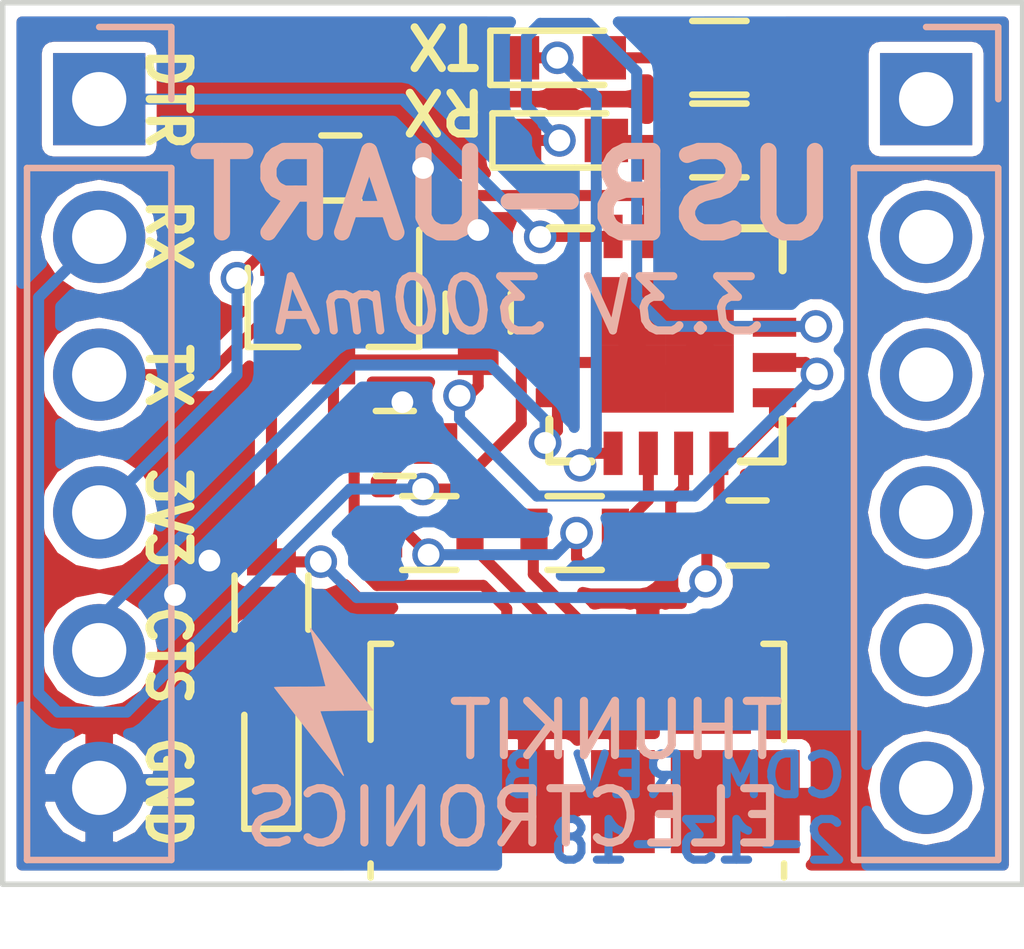
<source format=kicad_pcb>
(kicad_pcb (version 4) (host pcbnew 4.0.5+dfsg1-4)

  (general
    (links 49)
    (no_connects 0)
    (area 175.971999 94.691999 194.868001 111.048001)
    (thickness 1.6)
    (drawings 15)
    (tracks 154)
    (zones 0)
    (modules 23)
    (nets 27)
  )

  (page A4)
  (layers
    (0 F.Cu signal)
    (31 B.Cu signal)
    (32 B.Adhes user)
    (33 F.Adhes user)
    (34 B.Paste user)
    (35 F.Paste user)
    (36 B.SilkS user)
    (37 F.SilkS user)
    (38 B.Mask user)
    (39 F.Mask user)
    (40 Dwgs.User user)
    (41 Cmts.User user)
    (42 Eco1.User user)
    (43 Eco2.User user)
    (44 Edge.Cuts user)
    (45 Margin user)
    (46 B.CrtYd user)
    (47 F.CrtYd user)
    (48 B.Fab user hide)
    (49 F.Fab user hide)
  )

  (setup
    (last_trace_width 0.2032)
    (trace_clearance 0.1524)
    (zone_clearance 0.2032)
    (zone_45_only no)
    (trace_min 0.2)
    (segment_width 0.2)
    (edge_width 0.1)
    (via_size 0.6)
    (via_drill 0.4)
    (via_min_size 0.4)
    (via_min_drill 0.3)
    (uvia_size 0.3)
    (uvia_drill 0.1)
    (uvias_allowed no)
    (uvia_min_size 0)
    (uvia_min_drill 0)
    (pcb_text_width 0.3)
    (pcb_text_size 1.5 1.5)
    (mod_edge_width 0.15)
    (mod_text_size 1 1)
    (mod_text_width 0.15)
    (pad_size 0.6 0.6)
    (pad_drill 0.4)
    (pad_to_mask_clearance 0)
    (aux_axis_origin 0 0)
    (visible_elements FFFEFF7F)
    (pcbplotparams
      (layerselection 0x00030_80000001)
      (usegerberextensions false)
      (excludeedgelayer true)
      (linewidth 0.100000)
      (plotframeref false)
      (viasonmask false)
      (mode 1)
      (useauxorigin false)
      (hpglpennumber 1)
      (hpglpenspeed 20)
      (hpglpendiameter 15)
      (hpglpenoverlay 2)
      (psnegative false)
      (psa4output false)
      (plotreference true)
      (plotvalue true)
      (plotinvisibletext false)
      (padsonsilk false)
      (subtractmaskfromsilk false)
      (outputformat 1)
      (mirror false)
      (drillshape 1)
      (scaleselection 1)
      (outputdirectory ""))
  )

  (net 0 "")
  (net 1 GND)
  (net 2 "Net-(D1-Pad2)")
  (net 3 VCC)
  (net 4 "Net-(U1-Pad12)")
  (net 5 "Net-(U1-Pad14)")
  (net 6 "Net-(D2-Pad2)")
  (net 7 "Net-(D2-Pad1)")
  (net 8 "Net-(D3-Pad2)")
  (net 9 "Net-(D3-Pad1)")
  (net 10 /D-)
  (net 11 /D+)
  (net 12 /DA-)
  (net 13 /DA+)
  (net 14 "Net-(P1-Pad4)")
  (net 15 DTR)
  (net 16 RX)
  (net 17 TX)
  (net 18 CTS)
  (net 19 "Net-(P3-Pad1)")
  (net 20 "Net-(P3-Pad2)")
  (net 21 "Net-(P3-Pad3)")
  (net 22 "Net-(P3-Pad4)")
  (net 23 "Net-(P3-Pad5)")
  (net 24 "Net-(P3-Pad6)")
  (net 25 +5V)
  (net 26 +3V3)

  (net_class Default "This is the default net class."
    (clearance 0.1524)
    (trace_width 0.2032)
    (via_dia 0.6)
    (via_drill 0.4)
    (uvia_dia 0.3)
    (uvia_drill 0.1)
    (add_net +3V3)
    (add_net +5V)
    (add_net /D+)
    (add_net /D-)
    (add_net /DA+)
    (add_net /DA-)
    (add_net CTS)
    (add_net DTR)
    (add_net GND)
    (add_net "Net-(D1-Pad2)")
    (add_net "Net-(D2-Pad1)")
    (add_net "Net-(D2-Pad2)")
    (add_net "Net-(D3-Pad1)")
    (add_net "Net-(D3-Pad2)")
    (add_net "Net-(P1-Pad4)")
    (add_net "Net-(P3-Pad1)")
    (add_net "Net-(P3-Pad2)")
    (add_net "Net-(P3-Pad3)")
    (add_net "Net-(P3-Pad4)")
    (add_net "Net-(P3-Pad5)")
    (add_net "Net-(P3-Pad6)")
    (add_net "Net-(U1-Pad12)")
    (add_net "Net-(U1-Pad14)")
    (add_net RX)
    (add_net TX)
    (add_net VCC)
  )

  (module "MOD:GND VIA" (layer F.Cu) (tedit 5A83B1BE) (tstamp 5A83B4A0)
    (at 179.832 103.759)
    (fp_text reference "" (at 0 0) (layer F.SilkS)
      (effects (font (thickness 0.15)))
    )
    (fp_text value "" (at 0 0) (layer F.SilkS)
      (effects (font (thickness 0.15)))
    )
    (pad 1 thru_hole circle (at 0 1.27) (size 0.6 0.6) (drill 0.4) (layers *.Cu)
      (net 1 GND) (zone_connect 2))
  )

  (module "MOD:GND VIA" (layer F.Cu) (tedit 5A83B1BE) (tstamp 5A83B496)
    (at 179.197 104.394)
    (fp_text reference "" (at 0 0) (layer F.SilkS)
      (effects (font (thickness 0.15)))
    )
    (fp_text value "" (at 0 0) (layer F.SilkS)
      (effects (font (thickness 0.15)))
    )
    (pad 1 thru_hole circle (at 0 1.27) (size 0.6 0.6) (drill 0.4) (layers *.Cu)
      (net 1 GND) (zone_connect 2))
  )

  (module "MOD:GND VIA" (layer F.Cu) (tedit 5A83B1BE) (tstamp 5A83B482)
    (at 183.769 96.52)
    (fp_text reference "" (at 0 0) (layer F.SilkS)
      (effects (font (thickness 0.15)))
    )
    (fp_text value "" (at 0 0) (layer F.SilkS)
      (effects (font (thickness 0.15)))
    )
    (pad 1 thru_hole circle (at 0 1.27) (size 0.6 0.6) (drill 0.4) (layers *.Cu)
      (net 1 GND) (zone_connect 2))
  )

  (module "MOD:GND VIA" (layer F.Cu) (tedit 5A83B1BE) (tstamp 5A83B47D)
    (at 184.785 97.663)
    (fp_text reference "" (at 0 0) (layer F.SilkS)
      (effects (font (thickness 0.15)))
    )
    (fp_text value "" (at 0 0) (layer F.SilkS)
      (effects (font (thickness 0.15)))
    )
    (pad 1 thru_hole circle (at 0 1.27) (size 0.6 0.6) (drill 0.4) (layers *.Cu)
      (net 1 GND) (zone_connect 2))
  )

  (module Pin_Headers:Pin_Header_Straight_1x06_Pitch2.54mm (layer B.Cu) (tedit 5A109C61) (tstamp 5A109C54)
    (at 177.8 96.52 180)
    (descr "Through hole straight pin header, 1x06, 2.54mm pitch, single row")
    (tags "Through hole pin header THT 1x06 2.54mm single row")
    (path /5A109A8C)
    (fp_text reference P2 (at 0 2.33 180) (layer B.SilkS) hide
      (effects (font (size 1 1) (thickness 0.15)) (justify mirror))
    )
    (fp_text value LEFT (at 0 -15.03 180) (layer B.Fab)
      (effects (font (size 1 1) (thickness 0.15)) (justify mirror))
    )
    (fp_line (start -0.635 1.27) (end 1.27 1.27) (layer B.Fab) (width 0.1))
    (fp_line (start 1.27 1.27) (end 1.27 -13.97) (layer B.Fab) (width 0.1))
    (fp_line (start 1.27 -13.97) (end -1.27 -13.97) (layer B.Fab) (width 0.1))
    (fp_line (start -1.27 -13.97) (end -1.27 0.635) (layer B.Fab) (width 0.1))
    (fp_line (start -1.27 0.635) (end -0.635 1.27) (layer B.Fab) (width 0.1))
    (fp_line (start -1.33 -14.03) (end 1.33 -14.03) (layer B.SilkS) (width 0.12))
    (fp_line (start -1.33 -1.27) (end -1.33 -14.03) (layer B.SilkS) (width 0.12))
    (fp_line (start 1.33 -1.27) (end 1.33 -14.03) (layer B.SilkS) (width 0.12))
    (fp_line (start -1.33 -1.27) (end 1.33 -1.27) (layer B.SilkS) (width 0.12))
    (fp_line (start -1.33 0) (end -1.33 1.33) (layer B.SilkS) (width 0.12))
    (fp_line (start -1.33 1.33) (end 0 1.33) (layer B.SilkS) (width 0.12))
    (fp_line (start -1.8 1.8) (end -1.8 -14.5) (layer B.CrtYd) (width 0.05))
    (fp_line (start -1.8 -14.5) (end 1.8 -14.5) (layer B.CrtYd) (width 0.05))
    (fp_line (start 1.8 -14.5) (end 1.8 1.8) (layer B.CrtYd) (width 0.05))
    (fp_line (start 1.8 1.8) (end -1.8 1.8) (layer B.CrtYd) (width 0.05))
    (fp_text user %R (at 0 -6.35 450) (layer B.Fab)
      (effects (font (size 1 1) (thickness 0.15)) (justify mirror))
    )
    (pad 1 thru_hole rect (at 0 0 180) (size 1.7 1.7) (drill 1) (layers *.Cu *.Mask)
      (net 15 DTR))
    (pad 2 thru_hole oval (at 0 -2.54 180) (size 1.7 1.7) (drill 1) (layers *.Cu *.Mask)
      (net 16 RX))
    (pad 3 thru_hole oval (at 0 -5.08 180) (size 1.7 1.7) (drill 1) (layers *.Cu *.Mask)
      (net 17 TX))
    (pad 4 thru_hole oval (at 0 -7.62 180) (size 1.7 1.7) (drill 1) (layers *.Cu *.Mask)
      (net 26 +3V3))
    (pad 5 thru_hole oval (at 0 -10.16 180) (size 1.7 1.7) (drill 1) (layers *.Cu *.Mask)
      (net 18 CTS))
    (pad 6 thru_hole oval (at 0 -12.7 180) (size 1.7 1.7) (drill 1) (layers *.Cu *.Mask)
      (net 1 GND))
    (model ${KISYS3DMOD}/Pin_Headers.3dshapes/Pin_Header_Straight_1x06_Pitch2.54mm.wrl
      (at (xyz 0 0 0))
      (scale (xyz 1 1 1))
      (rotate (xyz 0 0 0))
    )
  )

  (module Pin_Headers:Pin_Header_Straight_1x06_Pitch2.54mm (layer B.Cu) (tedit 5A109C5D) (tstamp 5A109C5E)
    (at 193.04 96.52 180)
    (descr "Through hole straight pin header, 1x06, 2.54mm pitch, single row")
    (tags "Through hole pin header THT 1x06 2.54mm single row")
    (path /5A10A896)
    (fp_text reference P3 (at 0 2.33 180) (layer B.SilkS) hide
      (effects (font (size 1 1) (thickness 0.15)) (justify mirror))
    )
    (fp_text value RIGHT (at 0 -15.03 180) (layer B.Fab)
      (effects (font (size 1 1) (thickness 0.15)) (justify mirror))
    )
    (fp_line (start -0.635 1.27) (end 1.27 1.27) (layer B.Fab) (width 0.1))
    (fp_line (start 1.27 1.27) (end 1.27 -13.97) (layer B.Fab) (width 0.1))
    (fp_line (start 1.27 -13.97) (end -1.27 -13.97) (layer B.Fab) (width 0.1))
    (fp_line (start -1.27 -13.97) (end -1.27 0.635) (layer B.Fab) (width 0.1))
    (fp_line (start -1.27 0.635) (end -0.635 1.27) (layer B.Fab) (width 0.1))
    (fp_line (start -1.33 -14.03) (end 1.33 -14.03) (layer B.SilkS) (width 0.12))
    (fp_line (start -1.33 -1.27) (end -1.33 -14.03) (layer B.SilkS) (width 0.12))
    (fp_line (start 1.33 -1.27) (end 1.33 -14.03) (layer B.SilkS) (width 0.12))
    (fp_line (start -1.33 -1.27) (end 1.33 -1.27) (layer B.SilkS) (width 0.12))
    (fp_line (start -1.33 0) (end -1.33 1.33) (layer B.SilkS) (width 0.12))
    (fp_line (start -1.33 1.33) (end 0 1.33) (layer B.SilkS) (width 0.12))
    (fp_line (start -1.8 1.8) (end -1.8 -14.5) (layer B.CrtYd) (width 0.05))
    (fp_line (start -1.8 -14.5) (end 1.8 -14.5) (layer B.CrtYd) (width 0.05))
    (fp_line (start 1.8 -14.5) (end 1.8 1.8) (layer B.CrtYd) (width 0.05))
    (fp_line (start 1.8 1.8) (end -1.8 1.8) (layer B.CrtYd) (width 0.05))
    (fp_text user %R (at 0 -6.35 450) (layer B.Fab)
      (effects (font (size 1 1) (thickness 0.15)) (justify mirror))
    )
    (pad 1 thru_hole rect (at 0 0 180) (size 1.7 1.7) (drill 1) (layers *.Cu *.Mask)
      (net 19 "Net-(P3-Pad1)"))
    (pad 2 thru_hole oval (at 0 -2.54 180) (size 1.7 1.7) (drill 1) (layers *.Cu *.Mask)
      (net 20 "Net-(P3-Pad2)"))
    (pad 3 thru_hole oval (at 0 -5.08 180) (size 1.7 1.7) (drill 1) (layers *.Cu *.Mask)
      (net 21 "Net-(P3-Pad3)"))
    (pad 4 thru_hole oval (at 0 -7.62 180) (size 1.7 1.7) (drill 1) (layers *.Cu *.Mask)
      (net 22 "Net-(P3-Pad4)"))
    (pad 5 thru_hole oval (at 0 -10.16 180) (size 1.7 1.7) (drill 1) (layers *.Cu *.Mask)
      (net 23 "Net-(P3-Pad5)"))
    (pad 6 thru_hole oval (at 0 -12.7 180) (size 1.7 1.7) (drill 1) (layers *.Cu *.Mask)
      (net 24 "Net-(P3-Pad6)"))
    (model ${KISYS3DMOD}/Pin_Headers.3dshapes/Pin_Header_Straight_1x06_Pitch2.54mm.wrl
      (at (xyz 0 0 0))
      (scale (xyz 1 1 1))
      (rotate (xyz 0 0 0))
    )
  )

  (module Capacitors_SMD:C_0603 (layer F.Cu) (tedit 5A83ACEE) (tstamp 5A83ACC2)
    (at 189.75 104.521)
    (descr "Capacitor SMD 0603, reflow soldering, AVX (see smccp.pdf)")
    (tags "capacitor 0603")
    (path /59D96FBD)
    (attr smd)
    (fp_text reference C1 (at 0 -1.541001) (layer F.SilkS) hide
      (effects (font (size 1 1) (thickness 0.15)))
    )
    (fp_text value 1uF (at 0 1.5) (layer F.Fab)
      (effects (font (size 1 1) (thickness 0.15)))
    )
    (fp_line (start 1.4 0.65) (end -1.4 0.65) (layer F.CrtYd) (width 0.05))
    (fp_line (start 1.4 0.65) (end 1.4 -0.65) (layer F.CrtYd) (width 0.05))
    (fp_line (start -1.4 -0.65) (end -1.4 0.65) (layer F.CrtYd) (width 0.05))
    (fp_line (start -1.4 -0.65) (end 1.4 -0.65) (layer F.CrtYd) (width 0.05))
    (fp_line (start 0.35 0.6) (end -0.35 0.6) (layer F.SilkS) (width 0.12))
    (fp_line (start -0.35 -0.6) (end 0.35 -0.6) (layer F.SilkS) (width 0.12))
    (fp_line (start -0.8 -0.4) (end 0.8 -0.4) (layer F.Fab) (width 0.1))
    (fp_line (start 0.8 -0.4) (end 0.8 0.4) (layer F.Fab) (width 0.1))
    (fp_line (start 0.8 0.4) (end -0.8 0.4) (layer F.Fab) (width 0.1))
    (fp_line (start -0.8 0.4) (end -0.8 -0.4) (layer F.Fab) (width 0.1))
    (fp_text user %R (at 0 0) (layer F.Fab)
      (effects (font (size 0.3 0.3) (thickness 0.075)))
    )
    (pad 2 smd rect (at 0.75 0) (size 0.8 0.75) (layers F.Cu F.Paste F.Mask)
      (net 1 GND))
    (pad 1 smd rect (at -0.75 0) (size 0.8 0.75) (layers F.Cu F.Paste F.Mask)
      (net 3 VCC))
    (model Capacitors_SMD.3dshapes/C_0603.wrl
      (at (xyz 0 0 0))
      (scale (xyz 1 1 1))
      (rotate (xyz 0 0 0))
    )
  )

  (module Capacitors_SMD:C_0603 (layer F.Cu) (tedit 5A83ACF4) (tstamp 5A83ACC8)
    (at 184.785 100.457 270)
    (descr "Capacitor SMD 0603, reflow soldering, AVX (see smccp.pdf)")
    (tags "capacitor 0603")
    (path /5A10A522)
    (attr smd)
    (fp_text reference C2 (at 0 -1.5 270) (layer F.SilkS) hide
      (effects (font (size 1 1) (thickness 0.15)))
    )
    (fp_text value 1uF (at 0 1.5 270) (layer F.Fab)
      (effects (font (size 1 1) (thickness 0.15)))
    )
    (fp_line (start 1.4 0.65) (end -1.4 0.65) (layer F.CrtYd) (width 0.05))
    (fp_line (start 1.4 0.65) (end 1.4 -0.65) (layer F.CrtYd) (width 0.05))
    (fp_line (start -1.4 -0.65) (end -1.4 0.65) (layer F.CrtYd) (width 0.05))
    (fp_line (start -1.4 -0.65) (end 1.4 -0.65) (layer F.CrtYd) (width 0.05))
    (fp_line (start 0.35 0.6) (end -0.35 0.6) (layer F.SilkS) (width 0.12))
    (fp_line (start -0.35 -0.6) (end 0.35 -0.6) (layer F.SilkS) (width 0.12))
    (fp_line (start -0.8 -0.4) (end 0.8 -0.4) (layer F.Fab) (width 0.1))
    (fp_line (start 0.8 -0.4) (end 0.8 0.4) (layer F.Fab) (width 0.1))
    (fp_line (start 0.8 0.4) (end -0.8 0.4) (layer F.Fab) (width 0.1))
    (fp_line (start -0.8 0.4) (end -0.8 -0.4) (layer F.Fab) (width 0.1))
    (fp_text user %R (at 0 0 270) (layer F.Fab)
      (effects (font (size 0.3 0.3) (thickness 0.075)))
    )
    (pad 2 smd rect (at 0.75 0 270) (size 0.8 0.75) (layers F.Cu F.Paste F.Mask)
      (net 25 +5V))
    (pad 1 smd rect (at -0.75 0 270) (size 0.8 0.75) (layers F.Cu F.Paste F.Mask)
      (net 1 GND))
    (model Capacitors_SMD.3dshapes/C_0603.wrl
      (at (xyz 0 0 0))
      (scale (xyz 1 1 1))
      (rotate (xyz 0 0 0))
    )
  )

  (module Capacitors_SMD:C_0603 (layer F.Cu) (tedit 5A83ACF7) (tstamp 5A83ACCE)
    (at 183.249 102.87)
    (descr "Capacitor SMD 0603, reflow soldering, AVX (see smccp.pdf)")
    (tags "capacitor 0603")
    (path /5A109E04)
    (attr smd)
    (fp_text reference C3 (at 0 -1.5) (layer F.SilkS) hide
      (effects (font (size 1 1) (thickness 0.15)))
    )
    (fp_text value 1uF (at 0 1.5) (layer F.Fab)
      (effects (font (size 1 1) (thickness 0.15)))
    )
    (fp_line (start 1.4 0.65) (end -1.4 0.65) (layer F.CrtYd) (width 0.05))
    (fp_line (start 1.4 0.65) (end 1.4 -0.65) (layer F.CrtYd) (width 0.05))
    (fp_line (start -1.4 -0.65) (end -1.4 0.65) (layer F.CrtYd) (width 0.05))
    (fp_line (start -1.4 -0.65) (end 1.4 -0.65) (layer F.CrtYd) (width 0.05))
    (fp_line (start 0.35 0.6) (end -0.35 0.6) (layer F.SilkS) (width 0.12))
    (fp_line (start -0.35 -0.6) (end 0.35 -0.6) (layer F.SilkS) (width 0.12))
    (fp_line (start -0.8 -0.4) (end 0.8 -0.4) (layer F.Fab) (width 0.1))
    (fp_line (start 0.8 -0.4) (end 0.8 0.4) (layer F.Fab) (width 0.1))
    (fp_line (start 0.8 0.4) (end -0.8 0.4) (layer F.Fab) (width 0.1))
    (fp_line (start -0.8 0.4) (end -0.8 -0.4) (layer F.Fab) (width 0.1))
    (fp_text user %R (at 0 0) (layer F.Fab)
      (effects (font (size 0.3 0.3) (thickness 0.075)))
    )
    (pad 2 smd rect (at 0.75 0) (size 0.8 0.75) (layers F.Cu F.Paste F.Mask)
      (net 1 GND))
    (pad 1 smd rect (at -0.75 0) (size 0.8 0.75) (layers F.Cu F.Paste F.Mask)
      (net 25 +5V))
    (model Capacitors_SMD.3dshapes/C_0603.wrl
      (at (xyz 0 0 0))
      (scale (xyz 1 1 1))
      (rotate (xyz 0 0 0))
    )
  )

  (module Capacitors_SMD:C_0603 (layer F.Cu) (tedit 5A83ACDB) (tstamp 5A83ACD4)
    (at 182.245 97.79)
    (descr "Capacitor SMD 0603, reflow soldering, AVX (see smccp.pdf)")
    (tags "capacitor 0603")
    (path /5A109E7F)
    (attr smd)
    (fp_text reference C4 (at 0 -1.033001) (layer F.SilkS) hide
      (effects (font (size 1 1) (thickness 0.15)))
    )
    (fp_text value 1uF (at 0 1.5) (layer F.Fab)
      (effects (font (size 1 1) (thickness 0.15)))
    )
    (fp_line (start 1.4 0.65) (end -1.4 0.65) (layer F.CrtYd) (width 0.05))
    (fp_line (start 1.4 0.65) (end 1.4 -0.65) (layer F.CrtYd) (width 0.05))
    (fp_line (start -1.4 -0.65) (end -1.4 0.65) (layer F.CrtYd) (width 0.05))
    (fp_line (start -1.4 -0.65) (end 1.4 -0.65) (layer F.CrtYd) (width 0.05))
    (fp_line (start 0.35 0.6) (end -0.35 0.6) (layer F.SilkS) (width 0.12))
    (fp_line (start -0.35 -0.6) (end 0.35 -0.6) (layer F.SilkS) (width 0.12))
    (fp_line (start -0.8 -0.4) (end 0.8 -0.4) (layer F.Fab) (width 0.1))
    (fp_line (start 0.8 -0.4) (end 0.8 0.4) (layer F.Fab) (width 0.1))
    (fp_line (start 0.8 0.4) (end -0.8 0.4) (layer F.Fab) (width 0.1))
    (fp_line (start -0.8 0.4) (end -0.8 -0.4) (layer F.Fab) (width 0.1))
    (fp_text user %R (at 0 0) (layer F.Fab)
      (effects (font (size 0.3 0.3) (thickness 0.075)))
    )
    (pad 2 smd rect (at 0.75 0) (size 0.8 0.75) (layers F.Cu F.Paste F.Mask)
      (net 1 GND))
    (pad 1 smd rect (at -0.75 0) (size 0.8 0.75) (layers F.Cu F.Paste F.Mask)
      (net 26 +3V3))
    (model Capacitors_SMD.3dshapes/C_0603.wrl
      (at (xyz 0 0 0))
      (scale (xyz 1 1 1))
      (rotate (xyz 0 0 0))
    )
  )

  (module LEDs:LED_0603 (layer F.Cu) (tedit 5A83ACD8) (tstamp 5A83ACDA)
    (at 180.975 108.674 90)
    (descr "LED 0603 smd package")
    (tags "LED led 0603 SMD smd SMT smt smdled SMDLED smtled SMTLED")
    (path /59D904E2)
    (attr smd)
    (fp_text reference D1 (at 0 -1.25 90) (layer F.SilkS) hide
      (effects (font (size 1 1) (thickness 0.15)))
    )
    (fp_text value LED (at 0 1.35 90) (layer F.Fab)
      (effects (font (size 1 1) (thickness 0.15)))
    )
    (fp_line (start -1.3 -0.5) (end -1.3 0.5) (layer F.SilkS) (width 0.12))
    (fp_line (start -0.2 -0.2) (end -0.2 0.2) (layer F.Fab) (width 0.1))
    (fp_line (start -0.15 0) (end 0.15 -0.2) (layer F.Fab) (width 0.1))
    (fp_line (start 0.15 0.2) (end -0.15 0) (layer F.Fab) (width 0.1))
    (fp_line (start 0.15 -0.2) (end 0.15 0.2) (layer F.Fab) (width 0.1))
    (fp_line (start 0.8 0.4) (end -0.8 0.4) (layer F.Fab) (width 0.1))
    (fp_line (start 0.8 -0.4) (end 0.8 0.4) (layer F.Fab) (width 0.1))
    (fp_line (start -0.8 -0.4) (end 0.8 -0.4) (layer F.Fab) (width 0.1))
    (fp_line (start -0.8 0.4) (end -0.8 -0.4) (layer F.Fab) (width 0.1))
    (fp_line (start -1.3 0.5) (end 0.8 0.5) (layer F.SilkS) (width 0.12))
    (fp_line (start -1.3 -0.5) (end 0.8 -0.5) (layer F.SilkS) (width 0.12))
    (fp_line (start 1.45 -0.65) (end 1.45 0.65) (layer F.CrtYd) (width 0.05))
    (fp_line (start 1.45 0.65) (end -1.45 0.65) (layer F.CrtYd) (width 0.05))
    (fp_line (start -1.45 0.65) (end -1.45 -0.65) (layer F.CrtYd) (width 0.05))
    (fp_line (start -1.45 -0.65) (end 1.45 -0.65) (layer F.CrtYd) (width 0.05))
    (pad 2 smd rect (at 0.8 0 270) (size 0.8 0.8) (layers F.Cu F.Paste F.Mask)
      (net 2 "Net-(D1-Pad2)"))
    (pad 1 smd rect (at -0.8 0 270) (size 0.8 0.8) (layers F.Cu F.Paste F.Mask)
      (net 1 GND))
    (model ${KISYS3DMOD}/LEDs.3dshapes/LED_0603.wrl
      (at (xyz 0 0 0))
      (scale (xyz 1 1 1))
      (rotate (xyz 0 0 180))
    )
  )

  (module LEDs:LED_0603 (layer F.Cu) (tedit 5A83ACE2) (tstamp 5A83ACE0)
    (at 186.309 95.758)
    (descr "LED 0603 smd package")
    (tags "LED led 0603 SMD smd SMT smt smdled SMDLED smtled SMTLED")
    (path /59D9737D)
    (attr smd)
    (fp_text reference D2 (at 0 -1.25) (layer F.SilkS) hide
      (effects (font (size 1 1) (thickness 0.15)))
    )
    (fp_text value TX (at 0 1.35) (layer F.Fab)
      (effects (font (size 1 1) (thickness 0.15)))
    )
    (fp_line (start -1.3 -0.5) (end -1.3 0.5) (layer F.SilkS) (width 0.12))
    (fp_line (start -0.2 -0.2) (end -0.2 0.2) (layer F.Fab) (width 0.1))
    (fp_line (start -0.15 0) (end 0.15 -0.2) (layer F.Fab) (width 0.1))
    (fp_line (start 0.15 0.2) (end -0.15 0) (layer F.Fab) (width 0.1))
    (fp_line (start 0.15 -0.2) (end 0.15 0.2) (layer F.Fab) (width 0.1))
    (fp_line (start 0.8 0.4) (end -0.8 0.4) (layer F.Fab) (width 0.1))
    (fp_line (start 0.8 -0.4) (end 0.8 0.4) (layer F.Fab) (width 0.1))
    (fp_line (start -0.8 -0.4) (end 0.8 -0.4) (layer F.Fab) (width 0.1))
    (fp_line (start -0.8 0.4) (end -0.8 -0.4) (layer F.Fab) (width 0.1))
    (fp_line (start -1.3 0.5) (end 0.8 0.5) (layer F.SilkS) (width 0.12))
    (fp_line (start -1.3 -0.5) (end 0.8 -0.5) (layer F.SilkS) (width 0.12))
    (fp_line (start 1.45 -0.65) (end 1.45 0.65) (layer F.CrtYd) (width 0.05))
    (fp_line (start 1.45 0.65) (end -1.45 0.65) (layer F.CrtYd) (width 0.05))
    (fp_line (start -1.45 0.65) (end -1.45 -0.65) (layer F.CrtYd) (width 0.05))
    (fp_line (start -1.45 -0.65) (end 1.45 -0.65) (layer F.CrtYd) (width 0.05))
    (pad 2 smd rect (at 0.8 0 180) (size 0.8 0.8) (layers F.Cu F.Paste F.Mask)
      (net 6 "Net-(D2-Pad2)"))
    (pad 1 smd rect (at -0.8 0 180) (size 0.8 0.8) (layers F.Cu F.Paste F.Mask)
      (net 7 "Net-(D2-Pad1)"))
    (model ${KISYS3DMOD}/LEDs.3dshapes/LED_0603.wrl
      (at (xyz 0 0 0))
      (scale (xyz 1 1 1))
      (rotate (xyz 0 0 180))
    )
  )

  (module LEDs:LED_0603 (layer F.Cu) (tedit 5A83ACE4) (tstamp 5A83ACE6)
    (at 186.347 97.282)
    (descr "LED 0603 smd package")
    (tags "LED led 0603 SMD smd SMT smt smdled SMDLED smtled SMTLED")
    (path /59D9733E)
    (attr smd)
    (fp_text reference D3 (at 0 -1.25) (layer F.SilkS) hide
      (effects (font (size 1 1) (thickness 0.15)))
    )
    (fp_text value RX (at 0 1.35) (layer F.Fab)
      (effects (font (size 1 1) (thickness 0.15)))
    )
    (fp_line (start -1.3 -0.5) (end -1.3 0.5) (layer F.SilkS) (width 0.12))
    (fp_line (start -0.2 -0.2) (end -0.2 0.2) (layer F.Fab) (width 0.1))
    (fp_line (start -0.15 0) (end 0.15 -0.2) (layer F.Fab) (width 0.1))
    (fp_line (start 0.15 0.2) (end -0.15 0) (layer F.Fab) (width 0.1))
    (fp_line (start 0.15 -0.2) (end 0.15 0.2) (layer F.Fab) (width 0.1))
    (fp_line (start 0.8 0.4) (end -0.8 0.4) (layer F.Fab) (width 0.1))
    (fp_line (start 0.8 -0.4) (end 0.8 0.4) (layer F.Fab) (width 0.1))
    (fp_line (start -0.8 -0.4) (end 0.8 -0.4) (layer F.Fab) (width 0.1))
    (fp_line (start -0.8 0.4) (end -0.8 -0.4) (layer F.Fab) (width 0.1))
    (fp_line (start -1.3 0.5) (end 0.8 0.5) (layer F.SilkS) (width 0.12))
    (fp_line (start -1.3 -0.5) (end 0.8 -0.5) (layer F.SilkS) (width 0.12))
    (fp_line (start 1.45 -0.65) (end 1.45 0.65) (layer F.CrtYd) (width 0.05))
    (fp_line (start 1.45 0.65) (end -1.45 0.65) (layer F.CrtYd) (width 0.05))
    (fp_line (start -1.45 0.65) (end -1.45 -0.65) (layer F.CrtYd) (width 0.05))
    (fp_line (start -1.45 -0.65) (end 1.45 -0.65) (layer F.CrtYd) (width 0.05))
    (pad 2 smd rect (at 0.8 0 180) (size 0.8 0.8) (layers F.Cu F.Paste F.Mask)
      (net 8 "Net-(D3-Pad2)"))
    (pad 1 smd rect (at -0.8 0 180) (size 0.8 0.8) (layers F.Cu F.Paste F.Mask)
      (net 9 "Net-(D3-Pad1)"))
    (model ${KISYS3DMOD}/LEDs.3dshapes/LED_0603.wrl
      (at (xyz 0 0 0))
      (scale (xyz 1 1 1))
      (rotate (xyz 0 0 180))
    )
  )

  (module Connectors_USB:USB_Micro-B_Molex_47346-0001 (layer F.Cu) (tedit 5A83ACA3) (tstamp 5A83ACF5)
    (at 186.612 109.474)
    (descr "Micro USB B receptable with flange, bottom-mount, SMD, right-angle (http://www.molex.com/pdm_docs/sd/473460001_sd.pdf)")
    (tags "Micro B USB SMD")
    (path /5A10A264)
    (attr smd)
    (fp_text reference P1 (at 0 -4.5) (layer F.SilkS) hide
      (effects (font (size 1 1) (thickness 0.15)))
    )
    (fp_text value USB_OTG (at 0 3.4 180) (layer F.Fab)
      (effects (font (size 1 1) (thickness 0.15)))
    )
    (fp_text user "PCB Edge" (at 0 1.47 180) (layer Dwgs.User)
      (effects (font (size 0.4 0.4) (thickness 0.04)))
    )
    (fp_text user %R (at 0 0) (layer F.Fab)
      (effects (font (size 1 1) (thickness 0.15)))
    )
    (fp_line (start 3.81 -2.91) (end 3.43 -2.91) (layer F.SilkS) (width 0.12))
    (fp_line (start 4.6 2.7) (end -4.6 2.7) (layer F.CrtYd) (width 0.05))
    (fp_line (start 4.6 -3.9) (end 4.6 2.7) (layer F.CrtYd) (width 0.05))
    (fp_line (start -4.6 -3.9) (end 4.6 -3.9) (layer F.CrtYd) (width 0.05))
    (fp_line (start -4.6 2.7) (end -4.6 -3.9) (layer F.CrtYd) (width 0.05))
    (fp_line (start 3.75 2.15) (end -3.75 2.15) (layer F.Fab) (width 0.1))
    (fp_line (start 3.75 -2.85) (end 3.75 2.15) (layer F.Fab) (width 0.1))
    (fp_line (start -3.75 -2.85) (end 3.75 -2.85) (layer F.Fab) (width 0.1))
    (fp_line (start -3.75 2.15) (end -3.75 -2.85) (layer F.Fab) (width 0.1))
    (fp_line (start 3.81 1.14) (end 3.81 1.4) (layer F.SilkS) (width 0.12))
    (fp_line (start 3.81 -2.91) (end 3.81 -1.14) (layer F.SilkS) (width 0.12))
    (fp_line (start -3.81 -2.91) (end -3.43 -2.91) (layer F.SilkS) (width 0.12))
    (fp_line (start -3.81 -1.14) (end -3.81 -2.91) (layer F.SilkS) (width 0.12))
    (fp_line (start -3.81 1.4) (end -3.81 1.14) (layer F.SilkS) (width 0.12))
    (fp_line (start -3.25 1.45) (end 3.25 1.45) (layer F.Fab) (width 0.1))
    (pad 1 smd rect (at -1.3 -2.66) (size 0.45 1.38) (layers F.Cu F.Paste F.Mask)
      (net 25 +5V))
    (pad 2 smd rect (at -0.65 -2.66) (size 0.45 1.38) (layers F.Cu F.Paste F.Mask)
      (net 10 /D-))
    (pad 3 smd rect (at 0 -2.66) (size 0.45 1.38) (layers F.Cu F.Paste F.Mask)
      (net 11 /D+))
    (pad 4 smd rect (at 0.65 -2.66) (size 0.45 1.38) (layers F.Cu F.Paste F.Mask)
      (net 14 "Net-(P1-Pad4)"))
    (pad 5 smd rect (at 1.3 -2.66) (size 0.45 1.38) (layers F.Cu F.Paste F.Mask)
      (net 1 GND))
    (pad 6 smd rect (at -2.4625 -2.3) (size 1.475 2.1) (layers F.Cu F.Paste F.Mask)
      (net 1 GND))
    (pad 6 smd rect (at 2.4625 -2.3) (size 1.475 2.1) (layers F.Cu F.Paste F.Mask)
      (net 1 GND))
    (pad 6 smd rect (at -2.91 0) (size 2.375 1.9) (layers F.Cu F.Paste F.Mask)
      (net 1 GND))
    (pad 6 smd rect (at 2.91 0) (size 2.375 1.9) (layers F.Cu F.Paste F.Mask)
      (net 1 GND))
    (pad 6 smd rect (at -0.84 0) (size 1.175 1.9) (layers F.Cu F.Paste F.Mask)
      (net 1 GND))
    (pad 6 smd rect (at 0.84 0) (size 1.175 1.9) (layers F.Cu F.Paste F.Mask)
      (net 1 GND))
    (model ${KISYS3DMOD}/Connectors_USB.3dshapes/USB_Micro-B_Molex_47346-0001.wrl
      (at (xyz 0 0 0))
      (scale (xyz 1 1 1))
      (rotate (xyz 0 0 0))
    )
  )

  (module Resistors_SMD:R_0603 (layer F.Cu) (tedit 5A83ACE8) (tstamp 5A83ACFB)
    (at 183.884 104.521)
    (descr "Resistor SMD 0603, reflow soldering, Vishay (see dcrcw.pdf)")
    (tags "resistor 0603")
    (path /59D96A3C)
    (attr smd)
    (fp_text reference R1 (at 0 -1.45) (layer F.SilkS) hide
      (effects (font (size 1 1) (thickness 0.15)))
    )
    (fp_text value 22 (at 0 1.5) (layer F.Fab)
      (effects (font (size 1 1) (thickness 0.15)))
    )
    (fp_text user %R (at 0 0) (layer F.Fab)
      (effects (font (size 0.4 0.4) (thickness 0.075)))
    )
    (fp_line (start -0.8 0.4) (end -0.8 -0.4) (layer F.Fab) (width 0.1))
    (fp_line (start 0.8 0.4) (end -0.8 0.4) (layer F.Fab) (width 0.1))
    (fp_line (start 0.8 -0.4) (end 0.8 0.4) (layer F.Fab) (width 0.1))
    (fp_line (start -0.8 -0.4) (end 0.8 -0.4) (layer F.Fab) (width 0.1))
    (fp_line (start 0.5 0.68) (end -0.5 0.68) (layer F.SilkS) (width 0.12))
    (fp_line (start -0.5 -0.68) (end 0.5 -0.68) (layer F.SilkS) (width 0.12))
    (fp_line (start -1.25 -0.7) (end 1.25 -0.7) (layer F.CrtYd) (width 0.05))
    (fp_line (start -1.25 -0.7) (end -1.25 0.7) (layer F.CrtYd) (width 0.05))
    (fp_line (start 1.25 0.7) (end 1.25 -0.7) (layer F.CrtYd) (width 0.05))
    (fp_line (start 1.25 0.7) (end -1.25 0.7) (layer F.CrtYd) (width 0.05))
    (pad 1 smd rect (at -0.75 0) (size 0.5 0.9) (layers F.Cu F.Paste F.Mask)
      (net 12 /DA-))
    (pad 2 smd rect (at 0.75 0) (size 0.5 0.9) (layers F.Cu F.Paste F.Mask)
      (net 10 /D-))
    (model ${KISYS3DMOD}/Resistors_SMD.3dshapes/R_0603.wrl
      (at (xyz 0 0 0))
      (scale (xyz 1 1 1))
      (rotate (xyz 0 0 0))
    )
  )

  (module Resistors_SMD:R_0603 (layer F.Cu) (tedit 5A83ACEB) (tstamp 5A83AD01)
    (at 186.563 104.521 180)
    (descr "Resistor SMD 0603, reflow soldering, Vishay (see dcrcw.pdf)")
    (tags "resistor 0603")
    (path /59D96A8B)
    (attr smd)
    (fp_text reference R2 (at 0 -1.45 180) (layer F.SilkS) hide
      (effects (font (size 1 1) (thickness 0.15)))
    )
    (fp_text value 22 (at 0 1.5 180) (layer F.Fab)
      (effects (font (size 1 1) (thickness 0.15)))
    )
    (fp_text user %R (at 0 0 180) (layer F.Fab)
      (effects (font (size 0.4 0.4) (thickness 0.075)))
    )
    (fp_line (start -0.8 0.4) (end -0.8 -0.4) (layer F.Fab) (width 0.1))
    (fp_line (start 0.8 0.4) (end -0.8 0.4) (layer F.Fab) (width 0.1))
    (fp_line (start 0.8 -0.4) (end 0.8 0.4) (layer F.Fab) (width 0.1))
    (fp_line (start -0.8 -0.4) (end 0.8 -0.4) (layer F.Fab) (width 0.1))
    (fp_line (start 0.5 0.68) (end -0.5 0.68) (layer F.SilkS) (width 0.12))
    (fp_line (start -0.5 -0.68) (end 0.5 -0.68) (layer F.SilkS) (width 0.12))
    (fp_line (start -1.25 -0.7) (end 1.25 -0.7) (layer F.CrtYd) (width 0.05))
    (fp_line (start -1.25 -0.7) (end -1.25 0.7) (layer F.CrtYd) (width 0.05))
    (fp_line (start 1.25 0.7) (end 1.25 -0.7) (layer F.CrtYd) (width 0.05))
    (fp_line (start 1.25 0.7) (end -1.25 0.7) (layer F.CrtYd) (width 0.05))
    (pad 1 smd rect (at -0.75 0 180) (size 0.5 0.9) (layers F.Cu F.Paste F.Mask)
      (net 13 /DA+))
    (pad 2 smd rect (at 0.75 0 180) (size 0.5 0.9) (layers F.Cu F.Paste F.Mask)
      (net 11 /D+))
    (model ${KISYS3DMOD}/Resistors_SMD.3dshapes/R_0603.wrl
      (at (xyz 0 0 0))
      (scale (xyz 1 1 1))
      (rotate (xyz 0 0 0))
    )
  )

  (module Resistors_SMD:R_0603 (layer F.Cu) (tedit 5A83ACDF) (tstamp 5A83AD07)
    (at 180.975 105.803 90)
    (descr "Resistor SMD 0603, reflow soldering, Vishay (see dcrcw.pdf)")
    (tags "resistor 0603")
    (path /59D9743F)
    (attr smd)
    (fp_text reference R3 (at 0 -1.45 90) (layer F.SilkS) hide
      (effects (font (size 1 1) (thickness 0.15)))
    )
    (fp_text value 330 (at 0 1.5 90) (layer F.Fab)
      (effects (font (size 1 1) (thickness 0.15)))
    )
    (fp_text user %R (at 0 0 90) (layer F.Fab)
      (effects (font (size 0.4 0.4) (thickness 0.075)))
    )
    (fp_line (start -0.8 0.4) (end -0.8 -0.4) (layer F.Fab) (width 0.1))
    (fp_line (start 0.8 0.4) (end -0.8 0.4) (layer F.Fab) (width 0.1))
    (fp_line (start 0.8 -0.4) (end 0.8 0.4) (layer F.Fab) (width 0.1))
    (fp_line (start -0.8 -0.4) (end 0.8 -0.4) (layer F.Fab) (width 0.1))
    (fp_line (start 0.5 0.68) (end -0.5 0.68) (layer F.SilkS) (width 0.12))
    (fp_line (start -0.5 -0.68) (end 0.5 -0.68) (layer F.SilkS) (width 0.12))
    (fp_line (start -1.25 -0.7) (end 1.25 -0.7) (layer F.CrtYd) (width 0.05))
    (fp_line (start -1.25 -0.7) (end -1.25 0.7) (layer F.CrtYd) (width 0.05))
    (fp_line (start 1.25 0.7) (end 1.25 -0.7) (layer F.CrtYd) (width 0.05))
    (fp_line (start 1.25 0.7) (end -1.25 0.7) (layer F.CrtYd) (width 0.05))
    (pad 1 smd rect (at -0.75 0 90) (size 0.5 0.9) (layers F.Cu F.Paste F.Mask)
      (net 2 "Net-(D1-Pad2)"))
    (pad 2 smd rect (at 0.75 0 90) (size 0.5 0.9) (layers F.Cu F.Paste F.Mask)
      (net 3 VCC))
    (model ${KISYS3DMOD}/Resistors_SMD.3dshapes/R_0603.wrl
      (at (xyz 0 0 0))
      (scale (xyz 1 1 1))
      (rotate (xyz 0 0 0))
    )
  )

  (module Resistors_SMD:R_0603 (layer F.Cu) (tedit 5A83ACF1) (tstamp 5A83AD0D)
    (at 189.23 95.758)
    (descr "Resistor SMD 0603, reflow soldering, Vishay (see dcrcw.pdf)")
    (tags "resistor 0603")
    (path /59D97482)
    (attr smd)
    (fp_text reference R4 (at 0 -1.45) (layer F.SilkS) hide
      (effects (font (size 1 1) (thickness 0.15)))
    )
    (fp_text value 330 (at 0 1.5) (layer F.Fab)
      (effects (font (size 1 1) (thickness 0.15)))
    )
    (fp_text user %R (at 0 0) (layer F.Fab)
      (effects (font (size 0.4 0.4) (thickness 0.075)))
    )
    (fp_line (start -0.8 0.4) (end -0.8 -0.4) (layer F.Fab) (width 0.1))
    (fp_line (start 0.8 0.4) (end -0.8 0.4) (layer F.Fab) (width 0.1))
    (fp_line (start 0.8 -0.4) (end 0.8 0.4) (layer F.Fab) (width 0.1))
    (fp_line (start -0.8 -0.4) (end 0.8 -0.4) (layer F.Fab) (width 0.1))
    (fp_line (start 0.5 0.68) (end -0.5 0.68) (layer F.SilkS) (width 0.12))
    (fp_line (start -0.5 -0.68) (end 0.5 -0.68) (layer F.SilkS) (width 0.12))
    (fp_line (start -1.25 -0.7) (end 1.25 -0.7) (layer F.CrtYd) (width 0.05))
    (fp_line (start -1.25 -0.7) (end -1.25 0.7) (layer F.CrtYd) (width 0.05))
    (fp_line (start 1.25 0.7) (end 1.25 -0.7) (layer F.CrtYd) (width 0.05))
    (fp_line (start 1.25 0.7) (end -1.25 0.7) (layer F.CrtYd) (width 0.05))
    (pad 1 smd rect (at -0.75 0) (size 0.5 0.9) (layers F.Cu F.Paste F.Mask)
      (net 6 "Net-(D2-Pad2)"))
    (pad 2 smd rect (at 0.75 0) (size 0.5 0.9) (layers F.Cu F.Paste F.Mask)
      (net 3 VCC))
    (model ${KISYS3DMOD}/Resistors_SMD.3dshapes/R_0603.wrl
      (at (xyz 0 0 0))
      (scale (xyz 1 1 1))
      (rotate (xyz 0 0 0))
    )
  )

  (module Resistors_SMD:R_0603 (layer F.Cu) (tedit 5A83ACD5) (tstamp 5A83AD13)
    (at 189.23 97.282)
    (descr "Resistor SMD 0603, reflow soldering, Vishay (see dcrcw.pdf)")
    (tags "resistor 0603")
    (path /59D97451)
    (attr smd)
    (fp_text reference R5 (at 0 -1.45) (layer F.SilkS) hide
      (effects (font (size 1 1) (thickness 0.15)))
    )
    (fp_text value 330 (at 0 1.5) (layer F.Fab)
      (effects (font (size 1 1) (thickness 0.15)))
    )
    (fp_text user %R (at 0 0) (layer F.Fab)
      (effects (font (size 0.4 0.4) (thickness 0.075)))
    )
    (fp_line (start -0.8 0.4) (end -0.8 -0.4) (layer F.Fab) (width 0.1))
    (fp_line (start 0.8 0.4) (end -0.8 0.4) (layer F.Fab) (width 0.1))
    (fp_line (start 0.8 -0.4) (end 0.8 0.4) (layer F.Fab) (width 0.1))
    (fp_line (start -0.8 -0.4) (end 0.8 -0.4) (layer F.Fab) (width 0.1))
    (fp_line (start 0.5 0.68) (end -0.5 0.68) (layer F.SilkS) (width 0.12))
    (fp_line (start -0.5 -0.68) (end 0.5 -0.68) (layer F.SilkS) (width 0.12))
    (fp_line (start -1.25 -0.7) (end 1.25 -0.7) (layer F.CrtYd) (width 0.05))
    (fp_line (start -1.25 -0.7) (end -1.25 0.7) (layer F.CrtYd) (width 0.05))
    (fp_line (start 1.25 0.7) (end 1.25 -0.7) (layer F.CrtYd) (width 0.05))
    (fp_line (start 1.25 0.7) (end -1.25 0.7) (layer F.CrtYd) (width 0.05))
    (pad 1 smd rect (at -0.75 0) (size 0.5 0.9) (layers F.Cu F.Paste F.Mask)
      (net 8 "Net-(D3-Pad2)"))
    (pad 2 smd rect (at 0.75 0) (size 0.5 0.9) (layers F.Cu F.Paste F.Mask)
      (net 3 VCC))
    (model ${KISYS3DMOD}/Resistors_SMD.3dshapes/R_0603.wrl
      (at (xyz 0 0 0))
      (scale (xyz 1 1 1))
      (rotate (xyz 0 0 0))
    )
  )

  (module Housings_DFN_QFN:QFN-16-1EP_4x4mm_Pitch0.65mm (layer F.Cu) (tedit 5A83ACA7) (tstamp 5A83AD2B)
    (at 188.246 101.051)
    (descr "16-Lead Plastic Quad Flat, No Lead Package (ML) - 4x4x0.9 mm Body [QFN]; (see Microchip Packaging Specification 00000049BS.pdf)")
    (tags "QFN 0.65")
    (path /59D964FA)
    (attr smd)
    (fp_text reference U1 (at 0 -3.4) (layer F.SilkS) hide
      (effects (font (size 1 1) (thickness 0.15)))
    )
    (fp_text value FT230XQ-R (at 0 3.4) (layer F.Fab)
      (effects (font (size 1 1) (thickness 0.15)))
    )
    (fp_line (start -1 -2) (end 2 -2) (layer F.Fab) (width 0.15))
    (fp_line (start 2 -2) (end 2 2) (layer F.Fab) (width 0.15))
    (fp_line (start 2 2) (end -2 2) (layer F.Fab) (width 0.15))
    (fp_line (start -2 2) (end -2 -1) (layer F.Fab) (width 0.15))
    (fp_line (start -2 -1) (end -1 -2) (layer F.Fab) (width 0.15))
    (fp_line (start -2.65 -2.65) (end -2.65 2.65) (layer F.CrtYd) (width 0.05))
    (fp_line (start 2.65 -2.65) (end 2.65 2.65) (layer F.CrtYd) (width 0.05))
    (fp_line (start -2.65 -2.65) (end 2.65 -2.65) (layer F.CrtYd) (width 0.05))
    (fp_line (start -2.65 2.65) (end 2.65 2.65) (layer F.CrtYd) (width 0.05))
    (fp_line (start 2.15 -2.15) (end 2.15 -1.375) (layer F.SilkS) (width 0.15))
    (fp_line (start -2.15 2.15) (end -2.15 1.375) (layer F.SilkS) (width 0.15))
    (fp_line (start 2.15 2.15) (end 2.15 1.375) (layer F.SilkS) (width 0.15))
    (fp_line (start -2.15 -2.15) (end -1.375 -2.15) (layer F.SilkS) (width 0.15))
    (fp_line (start -2.15 2.15) (end -1.375 2.15) (layer F.SilkS) (width 0.15))
    (fp_line (start 2.15 2.15) (end 1.375 2.15) (layer F.SilkS) (width 0.15))
    (fp_line (start 2.15 -2.15) (end 1.375 -2.15) (layer F.SilkS) (width 0.15))
    (pad 1 smd rect (at -2 -0.975) (size 0.8 0.35) (layers F.Cu F.Paste F.Mask)
      (net 3 VCC))
    (pad 2 smd rect (at -2 -0.325) (size 0.8 0.35) (layers F.Cu F.Paste F.Mask)
      (net 16 RX))
    (pad 3 smd rect (at -2 0.325) (size 0.8 0.35) (layers F.Cu F.Paste F.Mask)
      (net 1 GND))
    (pad 4 smd rect (at -2 0.975) (size 0.8 0.35) (layers F.Cu F.Paste F.Mask)
      (net 18 CTS))
    (pad 5 smd rect (at -0.975 2 90) (size 0.8 0.35) (layers F.Cu F.Paste F.Mask)
      (net 7 "Net-(D2-Pad1)"))
    (pad 6 smd rect (at -0.325 2 90) (size 0.8 0.35) (layers F.Cu F.Paste F.Mask)
      (net 13 /DA+))
    (pad 7 smd rect (at 0.325 2 90) (size 0.8 0.35) (layers F.Cu F.Paste F.Mask)
      (net 12 /DA-))
    (pad 8 smd rect (at 0.975 2 90) (size 0.8 0.35) (layers F.Cu F.Paste F.Mask)
      (net 3 VCC))
    (pad 9 smd rect (at 2 0.975) (size 0.8 0.35) (layers F.Cu F.Paste F.Mask)
      (net 3 VCC))
    (pad 10 smd rect (at 2 0.325) (size 0.8 0.35) (layers F.Cu F.Paste F.Mask)
      (net 25 +5V))
    (pad 11 smd rect (at 2 -0.325) (size 0.8 0.35) (layers F.Cu F.Paste F.Mask)
      (net 9 "Net-(D3-Pad1)"))
    (pad 12 smd rect (at 2 -0.975) (size 0.8 0.35) (layers F.Cu F.Paste F.Mask)
      (net 4 "Net-(U1-Pad12)"))
    (pad 13 smd rect (at 0.975 -2 90) (size 0.8 0.35) (layers F.Cu F.Paste F.Mask)
      (net 1 GND))
    (pad 14 smd rect (at 0.325 -2 90) (size 0.8 0.35) (layers F.Cu F.Paste F.Mask)
      (net 5 "Net-(U1-Pad14)"))
    (pad 15 smd rect (at -0.325 -2 90) (size 0.8 0.35) (layers F.Cu F.Paste F.Mask)
      (net 17 TX))
    (pad 16 smd rect (at -0.975 -2 90) (size 0.8 0.35) (layers F.Cu F.Paste F.Mask)
      (net 15 DTR))
    (pad 17 smd rect (at 0.625 0.625) (size 1.25 1.25) (layers F.Cu F.Paste F.Mask)
      (net 1 GND) (solder_paste_margin_ratio -0.2))
    (pad 17 smd rect (at 0.625 -0.625) (size 1.25 1.25) (layers F.Cu F.Paste F.Mask)
      (net 1 GND) (solder_paste_margin_ratio -0.2))
    (pad 17 smd rect (at -0.625 0.625) (size 1.25 1.25) (layers F.Cu F.Paste F.Mask)
      (net 1 GND) (solder_paste_margin_ratio -0.2))
    (pad 17 smd rect (at -0.625 -0.625) (size 1.25 1.25) (layers F.Cu F.Paste F.Mask)
      (net 1 GND) (solder_paste_margin_ratio -0.2))
    (model ${KISYS3DMOD}/Housings_DFN_QFN.3dshapes/QFN-16-1EP_4x4mm_Pitch0.65mm.wrl
      (at (xyz 0 0 0))
      (scale (xyz 1 1 1))
      (rotate (xyz 0 0 0))
    )
  )

  (module TO_SOT_Packages_SMD:SOT-23 (layer F.Cu) (tedit 5A83ACAC) (tstamp 5A83AD32)
    (at 182.118 100.33 270)
    (descr "SOT-23, Standard")
    (tags SOT-23)
    (path /5A109DA5)
    (attr smd)
    (fp_text reference U2 (at 0 -2.5 270) (layer F.SilkS) hide
      (effects (font (size 1 1) (thickness 0.15)))
    )
    (fp_text value AP1117 (at 0 2.5 270) (layer F.Fab)
      (effects (font (size 1 1) (thickness 0.15)))
    )
    (fp_text user %R (at 0 0 360) (layer F.Fab)
      (effects (font (size 0.5 0.5) (thickness 0.075)))
    )
    (fp_line (start -0.7 -0.95) (end -0.7 1.5) (layer F.Fab) (width 0.1))
    (fp_line (start -0.15 -1.52) (end 0.7 -1.52) (layer F.Fab) (width 0.1))
    (fp_line (start -0.7 -0.95) (end -0.15 -1.52) (layer F.Fab) (width 0.1))
    (fp_line (start 0.7 -1.52) (end 0.7 1.52) (layer F.Fab) (width 0.1))
    (fp_line (start -0.7 1.52) (end 0.7 1.52) (layer F.Fab) (width 0.1))
    (fp_line (start 0.76 1.58) (end 0.76 0.65) (layer F.SilkS) (width 0.12))
    (fp_line (start 0.76 -1.58) (end 0.76 -0.65) (layer F.SilkS) (width 0.12))
    (fp_line (start -1.7 -1.75) (end 1.7 -1.75) (layer F.CrtYd) (width 0.05))
    (fp_line (start 1.7 -1.75) (end 1.7 1.75) (layer F.CrtYd) (width 0.05))
    (fp_line (start 1.7 1.75) (end -1.7 1.75) (layer F.CrtYd) (width 0.05))
    (fp_line (start -1.7 1.75) (end -1.7 -1.75) (layer F.CrtYd) (width 0.05))
    (fp_line (start 0.76 -1.58) (end -1.4 -1.58) (layer F.SilkS) (width 0.12))
    (fp_line (start 0.76 1.58) (end -0.7 1.58) (layer F.SilkS) (width 0.12))
    (pad 1 smd rect (at -1 -0.95 270) (size 0.9 0.8) (layers F.Cu F.Paste F.Mask)
      (net 1 GND))
    (pad 2 smd rect (at -1 0.95 270) (size 0.9 0.8) (layers F.Cu F.Paste F.Mask)
      (net 26 +3V3))
    (pad 3 smd rect (at 1 0 270) (size 0.9 0.8) (layers F.Cu F.Paste F.Mask)
      (net 25 +5V))
    (model ${KISYS3DMOD}/TO_SOT_Packages_SMD.3dshapes/SOT-23.wrl
      (at (xyz 0 0 0))
      (scale (xyz 1 1 1))
      (rotate (xyz 0 0 0))
    )
  )

  (module "MOD:GND VIA" (layer F.Cu) (tedit 5A83B1BE) (tstamp 5A83B45E)
    (at 183.388 100.838)
    (fp_text reference "" (at 0 0) (layer F.SilkS)
      (effects (font (thickness 0.15)))
    )
    (fp_text value "" (at 0 0) (layer F.SilkS)
      (effects (font (thickness 0.15)))
    )
    (pad 1 thru_hole circle (at 0 1.27) (size 0.6 0.6) (drill 0.4) (layers *.Cu)
      (net 1 GND) (zone_connect 2))
  )

  (module MOD:lightning (layer B.Cu) (tedit 0) (tstamp 5A83BCBE)
    (at 181.991 107.696)
    (fp_text reference G*** (at 0 0) (layer B.SilkS) hide
      (effects (font (thickness 0.3)) (justify mirror))
    )
    (fp_text value LOGO (at 0.75 0) (layer B.SilkS) hide
      (effects (font (thickness 0.3)) (justify mirror))
    )
    (fp_poly (pts (xy 0.314354 1.28972) (xy 0.304217 1.261534) (xy 0.287787 1.218017) (xy 0.262911 1.15128)
      (xy 0.231172 1.065639) (xy 0.194152 0.965409) (xy 0.153436 0.854904) (xy 0.110605 0.738441)
      (xy 0.067244 0.620333) (xy 0.024936 0.504897) (xy -0.014736 0.396447) (xy -0.050189 0.299299)
      (xy -0.079839 0.217767) (xy -0.102104 0.156168) (xy -0.1154 0.118815) (xy -0.118533 0.109316)
      (xy -0.102305 0.107325) (xy -0.056437 0.105235) (xy 0.014844 0.103147) (xy 0.10731 0.101162)
      (xy 0.216736 0.099383) (xy 0.338895 0.09791) (xy 0.368591 0.097623) (xy 0.855716 0.093133)
      (xy 0.294305 -0.649173) (xy 0.188629 -0.788761) (xy 0.088696 -0.920499) (xy -0.003562 -1.041856)
      (xy -0.086213 -1.150304) (xy -0.157324 -1.243314) (xy -0.214964 -1.318356) (xy -0.2572 -1.372901)
      (xy -0.2821 -1.40442) (xy -0.287856 -1.411173) (xy -0.30193 -1.419999) (xy -0.299939 -1.401084)
      (xy -0.298786 -1.397) (xy -0.288287 -1.359649) (xy -0.271246 -1.297666) (xy -0.248936 -1.2158)
      (xy -0.222636 -1.118801) (xy -0.193622 -1.011418) (xy -0.163169 -0.8984) (xy -0.132555 -0.784498)
      (xy -0.103056 -0.674459) (xy -0.075947 -0.573034) (xy -0.052507 -0.484973) (xy -0.03401 -0.415023)
      (xy -0.021734 -0.367936) (xy -0.016954 -0.34846) (xy -0.016934 -0.348256) (xy -0.033153 -0.345773)
      (xy -0.078954 -0.343529) (xy -0.150053 -0.34161) (xy -0.242165 -0.340104) (xy -0.351007 -0.339096)
      (xy -0.472294 -0.338674) (xy -0.491067 -0.338666) (xy -0.613834 -0.338377) (xy -0.72479 -0.33756)
      (xy -0.819653 -0.336292) (xy -0.894136 -0.334649) (xy -0.943957 -0.332707) (xy -0.964831 -0.330544)
      (xy -0.9652 -0.330209) (xy -0.955097 -0.315927) (xy -0.926253 -0.27784) (xy -0.880867 -0.218757)
      (xy -0.821139 -0.141491) (xy -0.749266 -0.048852) (xy -0.667449 0.056347) (xy -0.577885 0.171296)
      (xy -0.482774 0.293183) (xy -0.384315 0.419197) (xy -0.284706 0.546527) (xy -0.186147 0.672361)
      (xy -0.090836 0.793888) (xy -0.000972 0.908298) (xy 0.081246 1.012777) (xy 0.153618 1.104516)
      (xy 0.213947 1.180702) (xy 0.260033 1.238525) (xy 0.289678 1.275174) (xy 0.299666 1.286933)
      (xy 0.31437 1.300123) (xy 0.314354 1.28972)) (layer B.SilkS) (width 0.01))
  )

  (gr_text "THUNKIT\nELECTRONICS" (at 190.5 108.966) (layer B.SilkS) (tstamp 5AF8CE95)
    (effects (font (size 1 1) (thickness 0.15)) (justify left mirror))
  )
  (gr_text "RX\nTX" (at 184.15 96.139 180) (layer F.SilkS)
    (effects (font (size 0.75 0.75) (thickness 0.15)))
  )
  (gr_text "3.3V 300mA" (at 185.547 100.33) (layer B.SilkS) (tstamp 5A83B4C0)
    (effects (font (size 1 1) (thickness 0.15) italic) (justify mirror))
  )
  (gr_text USB-UART (at 185.42 98.298) (layer B.SilkS)
    (effects (font (size 1.5 1.5) (thickness 0.3)) (justify mirror))
  )
  (gr_text GND (at 179.07 108.204 270) (layer F.SilkS) (tstamp 5A10A22A)
    (effects (font (size 0.75 0.65) (thickness 0.15)) (justify left))
  )
  (gr_text CTS (at 179.07 105.791 270) (layer F.SilkS) (tstamp 5A10A221)
    (effects (font (size 0.75 0.65) (thickness 0.15)) (justify left))
  )
  (gr_text 3V3 (at 179.07 103.251 270) (layer F.SilkS) (tstamp 5A10A218)
    (effects (font (size 0.75 0.65) (thickness 0.15)) (justify left))
  )
  (gr_text TX (at 179.07 100.965 270) (layer F.SilkS) (tstamp 5A10A20D)
    (effects (font (size 0.75 0.65) (thickness 0.15)) (justify left))
  )
  (gr_text RX (at 179.07 98.298 270) (layer F.SilkS) (tstamp 5A10A206)
    (effects (font (size 0.75 0.65) (thickness 0.15)) (justify left))
  )
  (gr_text DTR (at 179.07 96.52 270) (layer F.SilkS)
    (effects (font (size 0.75 0.65) (thickness 0.15)))
  )
  (gr_text "CDM REV B\n2-13-18" (at 191.643 109.601) (layer B.Cu)
    (effects (font (size 0.75 0.75) (thickness 0.15)) (justify left mirror))
  )
  (gr_line (start 194.818 110.998) (end 194.818 94.742) (layer Edge.Cuts) (width 0.1))
  (gr_line (start 176.022 110.998) (end 194.818 110.998) (layer Edge.Cuts) (width 0.1))
  (gr_line (start 176.022 94.742) (end 176.022 110.998) (layer Edge.Cuts) (width 0.1))
  (gr_line (start 194.818 94.742) (end 176.022 94.742) (layer Edge.Cuts) (width 0.1))

  (segment (start 186.246 101.376) (end 187.321 101.376) (width 0.2032) (layer F.Cu) (net 1))
  (segment (start 187.321 101.376) (end 187.621 101.676) (width 0.2032) (layer F.Cu) (net 1))
  (segment (start 189.221 99.051) (end 189.221 100.076) (width 0.2032) (layer F.Cu) (net 1))
  (segment (start 189.221 100.076) (end 188.871 100.426) (width 0.2032) (layer F.Cu) (net 1))
  (segment (start 180.975 106.553) (end 180.975 107.874) (width 0.2032) (layer F.Cu) (net 2))
  (segment (start 191.262 102.489) (end 191.643 102.108) (width 0.2032) (layer F.Cu) (net 3))
  (segment (start 191.643 102.108) (end 191.643 98.4918) (width 0.2032) (layer F.Cu) (net 3))
  (segment (start 190.3308 102.489) (end 191.262 102.489) (width 0.2032) (layer F.Cu) (net 3))
  (segment (start 189.98 97.282) (end 190.4332 97.282) (width 0.2032) (layer F.Cu) (net 3))
  (segment (start 190.4332 97.282) (end 191.643 98.4918) (width 0.2032) (layer F.Cu) (net 3))
  (segment (start 190.3308 102.489) (end 190.246 102.4042) (width 0.2032) (layer F.Cu) (net 3))
  (segment (start 182.183724 105.348724) (end 181.883725 105.048725) (width 0.2032) (layer B.Cu) (net 3))
  (segment (start 182.544999 105.709999) (end 182.183724 105.348724) (width 0.2032) (layer B.Cu) (net 3))
  (segment (start 188.976 105.41) (end 188.676001 105.709999) (width 0.2032) (layer B.Cu) (net 3))
  (segment (start 180.975 105.053) (end 181.87945 105.053) (width 0.2032) (layer F.Cu) (net 3))
  (segment (start 181.87945 105.053) (end 181.883725 105.048725) (width 0.2032) (layer F.Cu) (net 3))
  (segment (start 188.676001 105.709999) (end 182.544999 105.709999) (width 0.2032) (layer B.Cu) (net 3))
  (via (at 181.883725 105.048725) (size 0.6) (drill 0.4) (layers F.Cu B.Cu) (net 3))
  (segment (start 181.660938 100.457) (end 185.2618 100.457) (width 0.2032) (layer F.Cu) (net 3))
  (segment (start 180.975 105.053) (end 180.975 101.142938) (width 0.2032) (layer F.Cu) (net 3))
  (segment (start 185.6428 100.076) (end 186.246 100.076) (width 0.2032) (layer F.Cu) (net 3))
  (segment (start 180.975 101.142938) (end 181.660938 100.457) (width 0.2032) (layer F.Cu) (net 3))
  (segment (start 185.2618 100.457) (end 185.6428 100.076) (width 0.2032) (layer F.Cu) (net 3))
  (segment (start 189 104.521) (end 189 105.386) (width 0.2032) (layer F.Cu) (net 3))
  (segment (start 189 105.386) (end 188.976 105.41) (width 0.2032) (layer F.Cu) (net 3))
  (via (at 188.976 105.41) (size 0.6) (drill 0.4) (layers F.Cu B.Cu) (net 3))
  (segment (start 189.6532 102.9548) (end 189.6954 102.9548) (width 0.2032) (layer F.Cu) (net 3))
  (segment (start 189.6954 102.9548) (end 190.246 102.4042) (width 0.2032) (layer F.Cu) (net 3))
  (segment (start 190.246 102.4042) (end 190.246 102.026) (width 0.2032) (layer F.Cu) (net 3))
  (segment (start 189.6532 102.997) (end 189.6532 102.9548) (width 0.2032) (layer F.Cu) (net 3))
  (segment (start 189.221 103.051) (end 189.5992 103.051) (width 0.2032) (layer F.Cu) (net 3))
  (segment (start 189.5992 103.051) (end 189.6532 102.997) (width 0.2032) (layer F.Cu) (net 3))
  (segment (start 189 104.521) (end 189.221 104.3) (width 0.2032) (layer F.Cu) (net 3))
  (segment (start 189.221 104.3) (end 189.221 103.051) (width 0.2032) (layer F.Cu) (net 3))
  (segment (start 189.98 97.282) (end 189.98 95.758) (width 0.2032) (layer F.Cu) (net 3))
  (segment (start 188.48 95.758) (end 187.109 95.758) (width 0.2032) (layer F.Cu) (net 6))
  (segment (start 186.961918 102.971979) (end 186.661919 103.271978) (width 0.2032) (layer B.Cu) (net 7))
  (segment (start 186.882897 103.051) (end 186.661919 103.271978) (width 0.2032) (layer F.Cu) (net 7))
  (segment (start 187.271 103.051) (end 186.882897 103.051) (width 0.2032) (layer F.Cu) (net 7))
  (via (at 186.661919 103.271978) (size 0.6) (drill 0.4) (layers F.Cu B.Cu) (net 7))
  (segment (start 186.961918 96.47602) (end 186.961918 102.971979) (width 0.2032) (layer B.Cu) (net 7))
  (segment (start 186.243898 95.758) (end 186.961918 96.47602) (width 0.2032) (layer B.Cu) (net 7))
  (segment (start 185.509 95.758) (end 186.243898 95.758) (width 0.2032) (layer F.Cu) (net 7))
  (via (at 186.243898 95.758) (size 0.6) (drill 0.4) (layers F.Cu B.Cu) (net 7))
  (segment (start 187.147 97.282) (end 188.48 97.282) (width 0.2032) (layer F.Cu) (net 8))
  (segment (start 191.008 100.711) (end 190.261 100.711) (width 0.2032) (layer F.Cu) (net 9))
  (segment (start 190.261 100.711) (end 190.246 100.726) (width 0.2032) (layer F.Cu) (net 9))
  (segment (start 188.214 100.711) (end 191.008 100.711) (width 0.2032) (layer B.Cu) (net 9))
  (via (at 191.008 100.711) (size 0.6) (drill 0.4) (layers F.Cu B.Cu) (net 9))
  (segment (start 187.706 100.203) (end 188.214 100.711) (width 0.2032) (layer B.Cu) (net 9))
  (segment (start 187.706 100.076) (end 187.706 100.203) (width 0.2032) (layer B.Cu) (net 9))
  (segment (start 187.706 96.012) (end 187.706 100.076) (width 0.2032) (layer B.Cu) (net 9))
  (segment (start 186.817 95.123) (end 187.706 96.012) (width 0.2032) (layer B.Cu) (net 9))
  (segment (start 185.928 95.123) (end 186.817 95.123) (width 0.2032) (layer B.Cu) (net 9))
  (segment (start 185.674 95.377) (end 185.928 95.123) (width 0.2032) (layer B.Cu) (net 9))
  (segment (start 185.674 96.647) (end 185.674 95.377) (width 0.2032) (layer B.Cu) (net 9))
  (segment (start 185.981899 96.954899) (end 185.674 96.647) (width 0.2032) (layer B.Cu) (net 9))
  (segment (start 186.281898 97.282) (end 185.981899 96.982001) (width 0.2032) (layer B.Cu) (net 9))
  (segment (start 185.981899 96.982001) (end 185.981899 96.954899) (width 0.2032) (layer B.Cu) (net 9))
  (segment (start 185.547 97.282) (end 186.281898 97.282) (width 0.2032) (layer F.Cu) (net 9))
  (via (at 186.281898 97.282) (size 0.6) (drill 0.4) (layers F.Cu B.Cu) (net 9))
  (segment (start 185.962 106.049) (end 185.962 106.814) (width 0.2032) (layer F.Cu) (net 10))
  (segment (start 184.634 104.721) (end 185.962 106.049) (width 0.2032) (layer F.Cu) (net 10))
  (segment (start 184.634 104.521) (end 184.634 104.721) (width 0.2032) (layer F.Cu) (net 10))
  (segment (start 185.813 104.521) (end 185.813 104.721) (width 0.2032) (layer F.Cu) (net 11))
  (segment (start 185.813 104.721) (end 185.801 104.733) (width 0.2032) (layer F.Cu) (net 11))
  (segment (start 185.801 104.733) (end 185.801 105.283) (width 0.2032) (layer F.Cu) (net 11))
  (segment (start 185.801 105.283) (end 186.612 106.094) (width 0.2032) (layer F.Cu) (net 11))
  (segment (start 186.612 106.094) (end 186.612 106.814) (width 0.2032) (layer F.Cu) (net 11))
  (segment (start 183.472054 104.521) (end 183.571216 104.620162) (width 0.2032) (layer F.Cu) (net 12))
  (segment (start 183.571216 104.620162) (end 183.871215 104.920161) (width 0.2032) (layer F.Cu) (net 12))
  (segment (start 184.295479 104.920161) (end 183.871215 104.920161) (width 0.2032) (layer B.Cu) (net 12))
  (via (at 183.871215 104.920161) (size 0.6) (drill 0.4) (layers F.Cu B.Cu) (net 12))
  (segment (start 186.597898 104.521) (end 186.198737 104.920161) (width 0.2032) (layer B.Cu) (net 12))
  (segment (start 186.198737 104.920161) (end 184.295479 104.920161) (width 0.2032) (layer B.Cu) (net 12))
  (segment (start 183.134 104.521) (end 183.472054 104.521) (width 0.2032) (layer F.Cu) (net 12))
  (segment (start 188.571 103.051) (end 188.571 103.694938) (width 0.2032) (layer F.Cu) (net 12))
  (segment (start 188.571 103.694938) (end 188.333299 103.932639) (width 0.2032) (layer F.Cu) (net 12))
  (segment (start 188.333299 103.932639) (end 188.333299 104.680763) (width 0.2032) (layer F.Cu) (net 12))
  (segment (start 186.597898 104.945264) (end 186.597898 104.521) (width 0.2032) (layer F.Cu) (net 12))
  (segment (start 188.333299 104.680763) (end 187.776361 105.237701) (width 0.2032) (layer F.Cu) (net 12))
  (segment (start 187.776361 105.237701) (end 186.849639 105.237701) (width 0.2032) (layer F.Cu) (net 12))
  (segment (start 186.849639 105.237701) (end 186.597898 104.98596) (width 0.2032) (layer F.Cu) (net 12))
  (segment (start 186.597898 104.98596) (end 186.597898 104.945264) (width 0.2032) (layer F.Cu) (net 12))
  (via (at 186.597898 104.521) (size 0.6) (drill 0.4) (layers F.Cu B.Cu) (net 12))
  (segment (start 187.313 104.521) (end 187.921 103.913) (width 0.2032) (layer F.Cu) (net 13))
  (segment (start 187.921 103.913) (end 187.921 103.051) (width 0.2032) (layer F.Cu) (net 13))
  (segment (start 177.8 96.52) (end 183.388 96.52) (width 0.2032) (layer B.Cu) (net 15))
  (segment (start 183.388 96.52) (end 185.628001 98.760001) (width 0.2032) (layer B.Cu) (net 15))
  (segment (start 185.628001 98.760001) (end 185.928 99.06) (width 0.2032) (layer B.Cu) (net 15))
  (segment (start 187.271 99.051) (end 185.937 99.051) (width 0.2032) (layer F.Cu) (net 15))
  (segment (start 185.937 99.051) (end 185.928 99.06) (width 0.2032) (layer F.Cu) (net 15))
  (via (at 185.928 99.06) (size 0.6) (drill 0.4) (layers F.Cu B.Cu) (net 15))
  (segment (start 177.038 107.823) (end 176.683299 107.468299) (width 0.2032) (layer B.Cu) (net 16))
  (segment (start 176.683299 107.468299) (end 176.683299 100.176701) (width 0.2032) (layer B.Cu) (net 16))
  (segment (start 176.683299 100.176701) (end 176.950001 99.909999) (width 0.2032) (layer B.Cu) (net 16))
  (segment (start 176.950001 99.909999) (end 177.8 99.06) (width 0.2032) (layer B.Cu) (net 16))
  (segment (start 178.308 107.823) (end 177.038 107.823) (width 0.2032) (layer B.Cu) (net 16))
  (segment (start 182.420898 103.710102) (end 178.308 107.823) (width 0.2032) (layer B.Cu) (net 16))
  (segment (start 183.769 103.710102) (end 182.499 103.710102) (width 0.2032) (layer B.Cu) (net 16))
  (segment (start 182.499 103.710102) (end 182.420898 103.710102) (width 0.2032) (layer B.Cu) (net 16))
  (segment (start 185.6428 100.726) (end 185.579299 100.789501) (width 0.2032) (layer F.Cu) (net 16))
  (segment (start 185.579299 102.499969) (end 184.369166 103.710102) (width 0.2032) (layer F.Cu) (net 16))
  (segment (start 186.246 100.726) (end 185.6428 100.726) (width 0.2032) (layer F.Cu) (net 16))
  (segment (start 185.579299 100.789501) (end 185.579299 102.499969) (width 0.2032) (layer F.Cu) (net 16))
  (segment (start 184.369166 103.710102) (end 183.769 103.710102) (width 0.2032) (layer F.Cu) (net 16))
  (via (at 183.769 103.710102) (size 0.6) (drill 0.4) (layers F.Cu B.Cu) (net 16))
  (segment (start 184.023 99.213938) (end 184.023 99.314) (width 0.2032) (layer F.Cu) (net 17))
  (segment (start 184.023 99.314) (end 184.023 99.695) (width 0.2032) (layer F.Cu) (net 17))
  (segment (start 187.921 99.051) (end 187.921 98.4478) (width 0.2032) (layer F.Cu) (net 17))
  (segment (start 187.921 98.4478) (end 187.7712 98.298) (width 0.2032) (layer F.Cu) (net 17))
  (segment (start 187.7712 98.298) (end 184.404 98.298) (width 0.2032) (layer F.Cu) (net 17))
  (segment (start 184.404 98.298) (end 184.023 98.679) (width 0.2032) (layer F.Cu) (net 17))
  (segment (start 184.023 98.679) (end 184.023 99.314) (width 0.2032) (layer F.Cu) (net 17))
  (segment (start 181.385299 100.046701) (end 179.832 101.6) (width 0.2032) (layer F.Cu) (net 17))
  (segment (start 179.832 101.6) (end 177.8 101.6) (width 0.2032) (layer F.Cu) (net 17))
  (segment (start 184.023 99.695) (end 183.671299 100.046701) (width 0.2032) (layer F.Cu) (net 17))
  (segment (start 183.671299 100.046701) (end 181.385299 100.046701) (width 0.2032) (layer F.Cu) (net 17))
  (segment (start 177.8 106.68) (end 177.8 106.095282) (width 0.2032) (layer B.Cu) (net 18))
  (segment (start 185.006606 101.422913) (end 186.018067 102.434374) (width 0.2032) (layer B.Cu) (net 18))
  (segment (start 177.8 106.095282) (end 182.472369 101.422913) (width 0.2032) (layer B.Cu) (net 18))
  (segment (start 186.018067 102.434374) (end 186.018067 102.858638) (width 0.2032) (layer B.Cu) (net 18))
  (segment (start 182.472369 101.422913) (end 185.006606 101.422913) (width 0.2032) (layer B.Cu) (net 18))
  (segment (start 186.246 102.630705) (end 186.018067 102.858638) (width 0.2032) (layer F.Cu) (net 18))
  (via (at 186.018067 102.858638) (size 0.6) (drill 0.4) (layers F.Cu B.Cu) (net 18))
  (segment (start 186.246 102.026) (end 186.246 102.630705) (width 0.2032) (layer F.Cu) (net 18))
  (segment (start 184.441305 102.413879) (end 184.441305 101.989615) (width 0.2032) (layer B.Cu) (net 25))
  (segment (start 185.866106 103.83868) (end 184.441305 102.413879) (width 0.2032) (layer B.Cu) (net 25))
  (segment (start 191.028213 101.585985) (end 188.775518 103.83868) (width 0.2032) (layer B.Cu) (net 25))
  (segment (start 184.785 101.207) (end 184.785 101.8102) (width 0.2032) (layer F.Cu) (net 25))
  (segment (start 188.775518 103.83868) (end 185.866106 103.83868) (width 0.2032) (layer B.Cu) (net 25))
  (segment (start 184.785 101.8102) (end 184.605585 101.989615) (width 0.2032) (layer F.Cu) (net 25))
  (segment (start 182.499 105.066062) (end 182.499 103.4482) (width 0.2032) (layer F.Cu) (net 25))
  (via (at 184.441305 101.989615) (size 0.6) (drill 0.4) (layers F.Cu B.Cu) (net 25))
  (segment (start 184.605585 101.989615) (end 184.441305 101.989615) (width 0.2032) (layer F.Cu) (net 25))
  (segment (start 185.312 106.814) (end 185.312 105.9208) (width 0.2032) (layer F.Cu) (net 25))
  (segment (start 185.312 105.9208) (end 184.878062 105.486862) (width 0.2032) (layer F.Cu) (net 25))
  (segment (start 184.878062 105.486862) (end 182.9198 105.486862) (width 0.2032) (layer F.Cu) (net 25))
  (segment (start 182.9198 105.486862) (end 182.499 105.066062) (width 0.2032) (layer F.Cu) (net 25))
  (segment (start 182.499 103.4482) (end 182.499 102.87) (width 0.2032) (layer F.Cu) (net 25))
  (segment (start 190.246 101.376) (end 190.818228 101.376) (width 0.2032) (layer F.Cu) (net 25))
  (segment (start 190.818228 101.376) (end 191.028213 101.585985) (width 0.2032) (layer F.Cu) (net 25))
  (via (at 191.028213 101.585985) (size 0.6) (drill 0.4) (layers F.Cu B.Cu) (net 25))
  (segment (start 182.118 101.33) (end 184.662 101.33) (width 0.2032) (layer F.Cu) (net 25))
  (segment (start 184.662 101.33) (end 184.785 101.207) (width 0.2032) (layer F.Cu) (net 25))
  (segment (start 182.118 101.33) (end 182.118 102.489) (width 0.2032) (layer F.Cu) (net 25))
  (segment (start 182.118 102.489) (end 182.499 102.87) (width 0.2032) (layer F.Cu) (net 25))
  (segment (start 181.168 99.33) (end 180.832 99.33) (width 0.2032) (layer F.Cu) (net 26))
  (segment (start 180.832 99.33) (end 180.34 99.822) (width 0.2032) (layer F.Cu) (net 26))
  (segment (start 180.34 101.6) (end 180.34 99.822) (width 0.2032) (layer B.Cu) (net 26))
  (via (at 180.34 99.822) (size 0.6) (drill 0.4) (layers F.Cu B.Cu) (net 26))
  (segment (start 177.8 104.14) (end 180.34 101.6) (width 0.2032) (layer B.Cu) (net 26))
  (segment (start 181.168 99.33) (end 181.168 98.117) (width 0.2032) (layer F.Cu) (net 26))
  (segment (start 181.168 98.117) (end 181.495 97.79) (width 0.2032) (layer F.Cu) (net 26))

  (zone (net 1) (net_name GND) (layer F.Cu) (tstamp 0) (hatch edge 0.508)
    (connect_pads (clearance 0.2032))
    (min_thickness 0.2032)
    (fill yes (arc_segments 16) (thermal_gap 0.2032) (thermal_bridge_width 0.508))
    (polygon
      (pts
        (xy 176.022 110.998) (xy 176.022 94.742) (xy 194.818 94.742) (xy 194.818 110.998)
      )
    )
    (filled_polygon
      (pts
        (xy 184.892308 95.135237) (xy 184.822713 95.237093) (xy 184.798229 95.358) (xy 184.798229 96.158) (xy 184.819482 96.270952)
        (xy 184.886237 96.374692) (xy 184.988093 96.444287) (xy 185.109 96.468771) (xy 185.909 96.468771) (xy 186.021952 96.447518)
        (xy 186.125692 96.380763) (xy 186.138028 96.362708) (xy 186.363672 96.362905) (xy 186.454502 96.325375) (xy 186.486237 96.374692)
        (xy 186.588093 96.444287) (xy 186.709 96.468771) (xy 187.509 96.468771) (xy 187.621952 96.447518) (xy 187.725692 96.380763)
        (xy 187.795287 96.278907) (xy 187.818475 96.1644) (xy 187.919229 96.1644) (xy 187.919229 96.208) (xy 187.940482 96.320952)
        (xy 188.007237 96.424692) (xy 188.109093 96.494287) (xy 188.23 96.518771) (xy 188.73 96.518771) (xy 188.842952 96.497518)
        (xy 188.946692 96.430763) (xy 189.016287 96.328907) (xy 189.040771 96.208) (xy 189.040771 95.308) (xy 189.019518 95.195048)
        (xy 188.956297 95.0968) (xy 189.505407 95.0968) (xy 189.443713 95.187093) (xy 189.419229 95.308) (xy 189.419229 96.208)
        (xy 189.440482 96.320952) (xy 189.507237 96.424692) (xy 189.5736 96.470036) (xy 189.5736 96.57044) (xy 189.513308 96.609237)
        (xy 189.443713 96.711093) (xy 189.419229 96.832) (xy 189.419229 97.732) (xy 189.440482 97.844952) (xy 189.507237 97.948692)
        (xy 189.609093 98.018287) (xy 189.73 98.042771) (xy 190.23 98.042771) (xy 190.342952 98.021518) (xy 190.446692 97.954763)
        (xy 190.481006 97.904542) (xy 191.2366 98.660137) (xy 191.2366 100.151055) (xy 191.12883 100.106305) (xy 190.956771 100.106155)
        (xy 190.956771 99.901) (xy 190.935518 99.788048) (xy 190.868763 99.684308) (xy 190.766907 99.614713) (xy 190.646 99.590229)
        (xy 189.846 99.590229) (xy 189.736824 99.610771) (xy 189.682313 99.55626) (xy 189.7008 99.511628) (xy 189.7008 99.2796)
        (xy 189.6246 99.2034) (xy 189.3085 99.2034) (xy 189.3085 99.2234) (xy 189.1335 99.2234) (xy 189.1335 99.2034)
        (xy 189.056771 99.2034) (xy 189.056771 98.8986) (xy 189.1335 98.8986) (xy 189.1335 98.4224) (xy 189.3085 98.4224)
        (xy 189.3085 98.8986) (xy 189.6246 98.8986) (xy 189.7008 98.8224) (xy 189.7008 98.590372) (xy 189.654397 98.478345)
        (xy 189.568656 98.392603) (xy 189.456629 98.3462) (xy 189.3847 98.3462) (xy 189.3085 98.4224) (xy 189.1335 98.4224)
        (xy 189.0573 98.3462) (xy 188.985371 98.3462) (xy 188.894749 98.383737) (xy 188.866907 98.364713) (xy 188.746 98.340229)
        (xy 188.396 98.340229) (xy 188.30925 98.356552) (xy 188.296465 98.292277) (xy 188.208368 98.160432) (xy 188.058568 98.010632)
        (xy 188.00003 97.971518) (xy 187.926723 97.922535) (xy 187.772508 97.89186) (xy 187.833287 97.802907) (xy 187.856475 97.6884)
        (xy 187.919229 97.6884) (xy 187.919229 97.732) (xy 187.940482 97.844952) (xy 188.007237 97.948692) (xy 188.109093 98.018287)
        (xy 188.23 98.042771) (xy 188.73 98.042771) (xy 188.842952 98.021518) (xy 188.946692 97.954763) (xy 189.016287 97.852907)
        (xy 189.040771 97.732) (xy 189.040771 96.832) (xy 189.019518 96.719048) (xy 188.952763 96.615308) (xy 188.850907 96.545713)
        (xy 188.73 96.521229) (xy 188.23 96.521229) (xy 188.117048 96.542482) (xy 188.013308 96.609237) (xy 187.943713 96.711093)
        (xy 187.919229 96.832) (xy 187.919229 96.8756) (xy 187.856567 96.8756) (xy 187.836518 96.769048) (xy 187.769763 96.665308)
        (xy 187.667907 96.595713) (xy 187.547 96.571229) (xy 186.747 96.571229) (xy 186.634048 96.592482) (xy 186.530308 96.659237)
        (xy 186.492494 96.714579) (xy 186.402728 96.677305) (xy 186.177356 96.677108) (xy 186.169763 96.665308) (xy 186.067907 96.595713)
        (xy 185.947 96.571229) (xy 185.147 96.571229) (xy 185.034048 96.592482) (xy 184.930308 96.659237) (xy 184.860713 96.761093)
        (xy 184.836229 96.882) (xy 184.836229 97.682) (xy 184.857482 97.794952) (xy 184.919673 97.8916) (xy 184.404 97.8916)
        (xy 184.248477 97.922535) (xy 184.116632 98.010632) (xy 183.735632 98.391632) (xy 183.647535 98.523477) (xy 183.628979 98.616766)
        (xy 183.528629 98.5752) (xy 183.2966 98.5752) (xy 183.2204 98.6514) (xy 183.2204 99.1776) (xy 183.2404 99.1776)
        (xy 183.2404 99.4824) (xy 183.2204 99.4824) (xy 183.2204 99.5024) (xy 182.9156 99.5024) (xy 182.9156 99.4824)
        (xy 182.4394 99.4824) (xy 182.3632 99.5586) (xy 182.3632 99.640301) (xy 181.878771 99.640301) (xy 181.878771 98.88)
        (xy 181.867364 98.819372) (xy 182.3632 98.819372) (xy 182.3632 99.1014) (xy 182.4394 99.1776) (xy 182.9156 99.1776)
        (xy 182.9156 98.6514) (xy 182.8394 98.5752) (xy 182.607371 98.5752) (xy 182.495344 98.621603) (xy 182.409603 98.707345)
        (xy 182.3632 98.819372) (xy 181.867364 98.819372) (xy 181.857518 98.767048) (xy 181.790763 98.663308) (xy 181.688907 98.593713)
        (xy 181.5744 98.570525) (xy 181.5744 98.475771) (xy 181.895 98.475771) (xy 182.007952 98.454518) (xy 182.111692 98.387763)
        (xy 182.181287 98.285907) (xy 182.205771 98.165) (xy 182.205771 98.0186) (xy 182.2902 98.0186) (xy 182.2902 98.225629)
        (xy 182.336603 98.337656) (xy 182.422345 98.423397) (xy 182.534372 98.4698) (xy 182.7664 98.4698) (xy 182.8426 98.3936)
        (xy 182.8426 97.9424) (xy 183.1474 97.9424) (xy 183.1474 98.3936) (xy 183.2236 98.4698) (xy 183.455628 98.4698)
        (xy 183.567655 98.423397) (xy 183.653397 98.337656) (xy 183.6998 98.225629) (xy 183.6998 98.0186) (xy 183.6236 97.9424)
        (xy 183.1474 97.9424) (xy 182.8426 97.9424) (xy 182.3664 97.9424) (xy 182.2902 98.0186) (xy 182.205771 98.0186)
        (xy 182.205771 97.415) (xy 182.194364 97.354371) (xy 182.2902 97.354371) (xy 182.2902 97.5614) (xy 182.3664 97.6376)
        (xy 182.8426 97.6376) (xy 182.8426 97.1864) (xy 183.1474 97.1864) (xy 183.1474 97.6376) (xy 183.6236 97.6376)
        (xy 183.6998 97.5614) (xy 183.6998 97.354371) (xy 183.653397 97.242344) (xy 183.567655 97.156603) (xy 183.455628 97.1102)
        (xy 183.2236 97.1102) (xy 183.1474 97.1864) (xy 182.8426 97.1864) (xy 182.7664 97.1102) (xy 182.534372 97.1102)
        (xy 182.422345 97.156603) (xy 182.336603 97.242344) (xy 182.2902 97.354371) (xy 182.194364 97.354371) (xy 182.184518 97.302048)
        (xy 182.117763 97.198308) (xy 182.015907 97.128713) (xy 181.895 97.104229) (xy 181.095 97.104229) (xy 180.982048 97.125482)
        (xy 180.878308 97.192237) (xy 180.808713 97.294093) (xy 180.784229 97.415) (xy 180.784229 98.003235) (xy 180.7616 98.117)
        (xy 180.7616 98.570433) (xy 180.655048 98.590482) (xy 180.551308 98.657237) (xy 180.481713 98.759093) (xy 180.457229 98.88)
        (xy 180.457229 99.130035) (xy 180.370038 99.217226) (xy 180.220226 99.217095) (xy 179.997856 99.308976) (xy 179.827574 99.478961)
        (xy 179.735305 99.70117) (xy 179.735095 99.941774) (xy 179.826976 100.164144) (xy 179.996961 100.334426) (xy 180.21917 100.426695)
        (xy 180.430384 100.426879) (xy 179.663664 101.1936) (xy 178.896586 101.1936) (xy 178.88952 101.158077) (xy 178.639191 100.783433)
        (xy 178.264547 100.533104) (xy 177.822624 100.4452) (xy 177.777376 100.4452) (xy 177.335453 100.533104) (xy 176.960809 100.783433)
        (xy 176.71048 101.158077) (xy 176.622576 101.6) (xy 176.71048 102.041923) (xy 176.960809 102.416567) (xy 177.335453 102.666896)
        (xy 177.777376 102.7548) (xy 177.822624 102.7548) (xy 178.264547 102.666896) (xy 178.639191 102.416567) (xy 178.88952 102.041923)
        (xy 178.896586 102.0064) (xy 179.832 102.0064) (xy 179.987523 101.975465) (xy 180.119368 101.887368) (xy 180.5686 101.438136)
        (xy 180.5686 104.492229) (xy 180.525 104.492229) (xy 180.412048 104.513482) (xy 180.308308 104.580237) (xy 180.238713 104.682093)
        (xy 180.214229 104.803) (xy 180.214229 105.303) (xy 180.235482 105.415952) (xy 180.302237 105.519692) (xy 180.404093 105.589287)
        (xy 180.525 105.613771) (xy 181.425 105.613771) (xy 181.537952 105.592518) (xy 181.568652 105.572763) (xy 181.762895 105.65342)
        (xy 182.003499 105.65363) (xy 182.225869 105.561749) (xy 182.322995 105.464793) (xy 182.632432 105.77423) (xy 182.764277 105.862327)
        (xy 182.9198 105.893262) (xy 183.211686 105.893262) (xy 183.153603 105.951344) (xy 183.1072 106.063371) (xy 183.1072 106.9454)
        (xy 183.1834 107.0216) (xy 183.9971 107.0216) (xy 183.9971 107.0016) (xy 184.3019 107.0016) (xy 184.3019 107.0216)
        (xy 184.3219 107.0216) (xy 184.3219 107.3264) (xy 184.3019 107.3264) (xy 184.3019 107.3464) (xy 183.9971 107.3464)
        (xy 183.9971 107.3264) (xy 183.1834 107.3264) (xy 183.1072 107.4026) (xy 183.1072 108.2192) (xy 182.453872 108.2192)
        (xy 182.341845 108.265603) (xy 182.256103 108.351344) (xy 182.2097 108.463371) (xy 182.2097 109.2454) (xy 182.2859 109.3216)
        (xy 183.5496 109.3216) (xy 183.5496 109.3016) (xy 183.8544 109.3016) (xy 183.8544 109.3216) (xy 185.6196 109.3216)
        (xy 185.6196 108.2954) (xy 185.9244 108.2954) (xy 185.9244 109.3216) (xy 186.5881 109.3216) (xy 186.612 109.2977)
        (xy 186.6359 109.3216) (xy 187.2996 109.3216) (xy 187.2996 108.2954) (xy 187.2234 108.2192) (xy 186.803872 108.2192)
        (xy 186.691845 108.265603) (xy 186.612 108.345447) (xy 186.532155 108.265603) (xy 186.420128 108.2192) (xy 186.0006 108.2192)
        (xy 185.9244 108.2954) (xy 185.6196 108.2954) (xy 185.5434 108.2192) (xy 185.1918 108.2192) (xy 185.1918 107.814771)
        (xy 185.537 107.814771) (xy 185.640672 107.795264) (xy 185.737 107.814771) (xy 186.187 107.814771) (xy 186.290672 107.795264)
        (xy 186.387 107.814771) (xy 186.837 107.814771) (xy 186.940672 107.795264) (xy 187.037 107.814771) (xy 187.487 107.814771)
        (xy 187.59275 107.794873) (xy 187.626372 107.8088) (xy 187.7233 107.8088) (xy 187.7995 107.7326) (xy 187.7995 106.9664)
        (xy 187.797771 106.9664) (xy 187.797771 106.6616) (xy 187.7995 106.6616) (xy 187.7995 105.8954) (xy 187.7233 105.8192)
        (xy 187.626372 105.8192) (xy 187.59029 105.834146) (xy 187.487 105.813229) (xy 187.037 105.813229) (xy 186.933328 105.832736)
        (xy 186.914225 105.828867) (xy 186.899368 105.806632) (xy 186.708829 105.616093) (xy 186.849639 105.644101) (xy 187.776361 105.644101)
        (xy 187.931884 105.613166) (xy 188.063729 105.525069) (xy 188.422202 105.166596) (xy 188.371305 105.28917) (xy 188.371095 105.529774)
        (xy 188.462976 105.752144) (xy 188.529915 105.8192) (xy 188.276372 105.8192) (xy 188.237 105.835508) (xy 188.197628 105.8192)
        (xy 188.1007 105.8192) (xy 188.0245 105.8954) (xy 188.0245 106.6616) (xy 188.0322 106.6616) (xy 188.0322 106.9454)
        (xy 188.0532 106.9664) (xy 188.0245 106.9664) (xy 188.0245 107.7326) (xy 188.0322 107.7403) (xy 188.0322 108.2192)
        (xy 187.6806 108.2192) (xy 187.6044 108.2954) (xy 187.6044 109.3216) (xy 189.3696 109.3216) (xy 189.3696 109.3016)
        (xy 189.6744 109.3016) (xy 189.6744 109.3216) (xy 190.9381 109.3216) (xy 191.0143 109.2454) (xy 191.0143 109.22)
        (xy 191.862576 109.22) (xy 191.95048 109.661923) (xy 192.200809 110.036567) (xy 192.575453 110.286896) (xy 193.017376 110.3748)
        (xy 193.062624 110.3748) (xy 193.504547 110.286896) (xy 193.879191 110.036567) (xy 194.12952 109.661923) (xy 194.217424 109.22)
        (xy 194.12952 108.778077) (xy 193.879191 108.403433) (xy 193.504547 108.153104) (xy 193.062624 108.0652) (xy 193.017376 108.0652)
        (xy 192.575453 108.153104) (xy 192.200809 108.403433) (xy 191.95048 108.778077) (xy 191.862576 109.22) (xy 191.0143 109.22)
        (xy 191.0143 108.463371) (xy 190.967897 108.351344) (xy 190.882155 108.265603) (xy 190.770128 108.2192) (xy 190.1168 108.2192)
        (xy 190.1168 107.4026) (xy 190.0406 107.3264) (xy 189.2269 107.3264) (xy 189.2269 107.3464) (xy 188.9221 107.3464)
        (xy 188.9221 107.3264) (xy 188.9021 107.3264) (xy 188.9021 107.0216) (xy 188.9221 107.0216) (xy 188.9221 107.0016)
        (xy 189.2269 107.0016) (xy 189.2269 107.0216) (xy 190.0406 107.0216) (xy 190.1168 106.9454) (xy 190.1168 106.68)
        (xy 191.862576 106.68) (xy 191.95048 107.121923) (xy 192.200809 107.496567) (xy 192.575453 107.746896) (xy 193.017376 107.8348)
        (xy 193.062624 107.8348) (xy 193.504547 107.746896) (xy 193.879191 107.496567) (xy 194.12952 107.121923) (xy 194.217424 106.68)
        (xy 194.12952 106.238077) (xy 193.879191 105.863433) (xy 193.504547 105.613104) (xy 193.062624 105.5252) (xy 193.017376 105.5252)
        (xy 192.575453 105.613104) (xy 192.200809 105.863433) (xy 191.95048 106.238077) (xy 191.862576 106.68) (xy 190.1168 106.68)
        (xy 190.1168 106.063371) (xy 190.070397 105.951344) (xy 189.984655 105.865603) (xy 189.872628 105.8192) (xy 189.422149 105.8192)
        (xy 189.488426 105.753039) (xy 189.580695 105.53083) (xy 189.580905 105.290226) (xy 189.532455 105.172968) (xy 189.616692 105.118763)
        (xy 189.686287 105.016907) (xy 189.710771 104.896) (xy 189.710771 104.7496) (xy 189.7952 104.7496) (xy 189.7952 104.956629)
        (xy 189.841603 105.068656) (xy 189.927345 105.154397) (xy 190.039372 105.2008) (xy 190.2714 105.2008) (xy 190.3476 105.1246)
        (xy 190.3476 104.6734) (xy 190.6524 104.6734) (xy 190.6524 105.1246) (xy 190.7286 105.2008) (xy 190.960628 105.2008)
        (xy 191.072655 105.154397) (xy 191.158397 105.068656) (xy 191.2048 104.956629) (xy 191.2048 104.7496) (xy 191.1286 104.6734)
        (xy 190.6524 104.6734) (xy 190.3476 104.6734) (xy 189.8714 104.6734) (xy 189.7952 104.7496) (xy 189.710771 104.7496)
        (xy 189.710771 104.146) (xy 189.699364 104.085371) (xy 189.7952 104.085371) (xy 189.7952 104.2924) (xy 189.8714 104.3686)
        (xy 190.3476 104.3686) (xy 190.3476 103.9174) (xy 190.6524 103.9174) (xy 190.6524 104.3686) (xy 191.1286 104.3686)
        (xy 191.2048 104.2924) (xy 191.2048 104.14) (xy 191.862576 104.14) (xy 191.95048 104.581923) (xy 192.200809 104.956567)
        (xy 192.575453 105.206896) (xy 193.017376 105.2948) (xy 193.062624 105.2948) (xy 193.504547 105.206896) (xy 193.879191 104.956567)
        (xy 194.12952 104.581923) (xy 194.217424 104.14) (xy 194.12952 103.698077) (xy 193.879191 103.323433) (xy 193.504547 103.073104)
        (xy 193.062624 102.9852) (xy 193.017376 102.9852) (xy 192.575453 103.073104) (xy 192.200809 103.323433) (xy 191.95048 103.698077)
        (xy 191.862576 104.14) (xy 191.2048 104.14) (xy 191.2048 104.085371) (xy 191.158397 103.973344) (xy 191.072655 103.887603)
        (xy 190.960628 103.8412) (xy 190.7286 103.8412) (xy 190.6524 103.9174) (xy 190.3476 103.9174) (xy 190.2714 103.8412)
        (xy 190.039372 103.8412) (xy 189.927345 103.887603) (xy 189.841603 103.973344) (xy 189.7952 104.085371) (xy 189.699364 104.085371)
        (xy 189.689518 104.033048) (xy 189.6274 103.936514) (xy 189.6274 103.652237) (xy 189.682287 103.571907) (xy 189.706771 103.451)
        (xy 189.706771 103.436003) (xy 189.754723 103.426465) (xy 189.886568 103.338368) (xy 189.940569 103.284368) (xy 189.957473 103.25907)
        (xy 189.982768 103.242168) (xy 190.329746 102.89519) (xy 190.3308 102.8954) (xy 191.262 102.8954) (xy 191.417523 102.864465)
        (xy 191.549368 102.776368) (xy 191.930368 102.395368) (xy 192.018465 102.263523) (xy 192.020113 102.25524) (xy 192.036836 102.171164)
        (xy 192.200809 102.416567) (xy 192.575453 102.666896) (xy 193.017376 102.7548) (xy 193.062624 102.7548) (xy 193.504547 102.666896)
        (xy 193.879191 102.416567) (xy 194.12952 102.041923) (xy 194.217424 101.6) (xy 194.12952 101.158077) (xy 193.879191 100.783433)
        (xy 193.504547 100.533104) (xy 193.062624 100.4452) (xy 193.017376 100.4452) (xy 192.575453 100.533104) (xy 192.200809 100.783433)
        (xy 192.0494 101.010033) (xy 192.0494 99.649967) (xy 192.200809 99.876567) (xy 192.575453 100.126896) (xy 193.017376 100.2148)
        (xy 193.062624 100.2148) (xy 193.504547 100.126896) (xy 193.879191 99.876567) (xy 194.12952 99.501923) (xy 194.217424 99.06)
        (xy 194.12952 98.618077) (xy 193.879191 98.243433) (xy 193.504547 97.993104) (xy 193.062624 97.9052) (xy 193.017376 97.9052)
        (xy 192.575453 97.993104) (xy 192.200809 98.243433) (xy 192.046064 98.475026) (xy 192.041984 98.454518) (xy 192.018466 98.336278)
        (xy 191.930369 98.204432) (xy 190.720568 96.994632) (xy 190.588723 96.906535) (xy 190.540771 96.896997) (xy 190.540771 96.832)
        (xy 190.519518 96.719048) (xy 190.452763 96.615308) (xy 190.3864 96.569964) (xy 190.3864 96.46956) (xy 190.446692 96.430763)
        (xy 190.516287 96.328907) (xy 190.540771 96.208) (xy 190.540771 95.67) (xy 191.879229 95.67) (xy 191.879229 97.37)
        (xy 191.900482 97.482952) (xy 191.967237 97.586692) (xy 192.069093 97.656287) (xy 192.19 97.680771) (xy 193.89 97.680771)
        (xy 194.002952 97.659518) (xy 194.106692 97.592763) (xy 194.176287 97.490907) (xy 194.200771 97.37) (xy 194.200771 95.67)
        (xy 194.179518 95.557048) (xy 194.112763 95.453308) (xy 194.010907 95.383713) (xy 193.89 95.359229) (xy 192.19 95.359229)
        (xy 192.077048 95.380482) (xy 191.973308 95.447237) (xy 191.903713 95.549093) (xy 191.879229 95.67) (xy 190.540771 95.67)
        (xy 190.540771 95.308) (xy 190.519518 95.195048) (xy 190.456297 95.0968) (xy 194.4632 95.0968) (xy 194.4632 110.6432)
        (xy 190.921352 110.6432) (xy 190.967897 110.596656) (xy 191.0143 110.484629) (xy 191.0143 109.7026) (xy 190.9381 109.6264)
        (xy 189.6744 109.6264) (xy 189.6744 109.6464) (xy 189.3696 109.6464) (xy 189.3696 109.6264) (xy 187.6044 109.6264)
        (xy 187.6044 109.6464) (xy 187.2996 109.6464) (xy 187.2996 109.6264) (xy 186.6359 109.6264) (xy 186.612 109.6503)
        (xy 186.5881 109.6264) (xy 185.9244 109.6264) (xy 185.9244 109.6464) (xy 185.6196 109.6464) (xy 185.6196 109.6264)
        (xy 183.8544 109.6264) (xy 183.8544 109.6464) (xy 183.5496 109.6464) (xy 183.5496 109.6264) (xy 182.2859 109.6264)
        (xy 182.2097 109.7026) (xy 182.2097 110.484629) (xy 182.256103 110.596656) (xy 182.302648 110.6432) (xy 176.3768 110.6432)
        (xy 176.3768 109.549594) (xy 176.693234 109.549594) (xy 176.784327 109.769552) (xy 177.071945 110.116401) (xy 177.470403 110.326781)
        (xy 177.6476 110.288515) (xy 177.6476 109.3724) (xy 177.9524 109.3724) (xy 177.9524 110.288515) (xy 178.129597 110.326781)
        (xy 178.528055 110.116401) (xy 178.815673 109.769552) (xy 178.8434 109.7026) (xy 180.2702 109.7026) (xy 180.2702 109.934628)
        (xy 180.316603 110.046655) (xy 180.402344 110.132397) (xy 180.514371 110.1788) (xy 180.7464 110.1788) (xy 180.8226 110.1026)
        (xy 180.8226 109.6264) (xy 181.1274 109.6264) (xy 181.1274 110.1026) (xy 181.2036 110.1788) (xy 181.435629 110.1788)
        (xy 181.547656 110.132397) (xy 181.633397 110.046655) (xy 181.6798 109.934628) (xy 181.6798 109.7026) (xy 181.6036 109.6264)
        (xy 181.1274 109.6264) (xy 180.8226 109.6264) (xy 180.3464 109.6264) (xy 180.2702 109.7026) (xy 178.8434 109.7026)
        (xy 178.906766 109.549594) (xy 178.867779 109.3724) (xy 177.9524 109.3724) (xy 177.6476 109.3724) (xy 176.732221 109.3724)
        (xy 176.693234 109.549594) (xy 176.3768 109.549594) (xy 176.3768 108.890406) (xy 176.693234 108.890406) (xy 176.732221 109.0676)
        (xy 177.6476 109.0676) (xy 177.6476 108.151485) (xy 177.9524 108.151485) (xy 177.9524 109.0676) (xy 178.867779 109.0676)
        (xy 178.87971 109.013372) (xy 180.2702 109.013372) (xy 180.2702 109.2454) (xy 180.3464 109.3216) (xy 180.8226 109.3216)
        (xy 180.8226 108.8454) (xy 181.1274 108.8454) (xy 181.1274 109.3216) (xy 181.6036 109.3216) (xy 181.6798 109.2454)
        (xy 181.6798 109.013372) (xy 181.633397 108.901345) (xy 181.547656 108.815603) (xy 181.435629 108.7692) (xy 181.2036 108.7692)
        (xy 181.1274 108.8454) (xy 180.8226 108.8454) (xy 180.7464 108.7692) (xy 180.514371 108.7692) (xy 180.402344 108.815603)
        (xy 180.316603 108.901345) (xy 180.2702 109.013372) (xy 178.87971 109.013372) (xy 178.906766 108.890406) (xy 178.815673 108.670448)
        (xy 178.528055 108.323599) (xy 178.129597 108.113219) (xy 177.9524 108.151485) (xy 177.6476 108.151485) (xy 177.470403 108.113219)
        (xy 177.071945 108.323599) (xy 176.784327 108.670448) (xy 176.693234 108.890406) (xy 176.3768 108.890406) (xy 176.3768 106.68)
        (xy 176.622576 106.68) (xy 176.71048 107.121923) (xy 176.960809 107.496567) (xy 177.335453 107.746896) (xy 177.777376 107.8348)
        (xy 177.822624 107.8348) (xy 178.264547 107.746896) (xy 178.639191 107.496567) (xy 178.88952 107.121923) (xy 178.977424 106.68)
        (xy 178.902434 106.303) (xy 180.214229 106.303) (xy 180.214229 106.803) (xy 180.235482 106.915952) (xy 180.302237 107.019692)
        (xy 180.404093 107.089287) (xy 180.525 107.113771) (xy 180.5686 107.113771) (xy 180.5686 107.164433) (xy 180.462048 107.184482)
        (xy 180.358308 107.251237) (xy 180.288713 107.353093) (xy 180.264229 107.474) (xy 180.264229 108.274) (xy 180.285482 108.386952)
        (xy 180.352237 108.490692) (xy 180.454093 108.560287) (xy 180.575 108.584771) (xy 181.375 108.584771) (xy 181.487952 108.563518)
        (xy 181.591692 108.496763) (xy 181.661287 108.394907) (xy 181.685771 108.274) (xy 181.685771 107.474) (xy 181.664518 107.361048)
        (xy 181.597763 107.257308) (xy 181.495907 107.187713) (xy 181.3814 107.164525) (xy 181.3814 107.113771) (xy 181.425 107.113771)
        (xy 181.537952 107.092518) (xy 181.641692 107.025763) (xy 181.711287 106.923907) (xy 181.735771 106.803) (xy 181.735771 106.303)
        (xy 181.714518 106.190048) (xy 181.647763 106.086308) (xy 181.545907 106.016713) (xy 181.425 105.992229) (xy 180.525 105.992229)
        (xy 180.412048 106.013482) (xy 180.308308 106.080237) (xy 180.238713 106.182093) (xy 180.214229 106.303) (xy 178.902434 106.303)
        (xy 178.88952 106.238077) (xy 178.639191 105.863433) (xy 178.264547 105.613104) (xy 177.822624 105.5252) (xy 177.777376 105.5252)
        (xy 177.335453 105.613104) (xy 176.960809 105.863433) (xy 176.71048 106.238077) (xy 176.622576 106.68) (xy 176.3768 106.68)
        (xy 176.3768 104.14) (xy 176.622576 104.14) (xy 176.71048 104.581923) (xy 176.960809 104.956567) (xy 177.335453 105.206896)
        (xy 177.777376 105.2948) (xy 177.822624 105.2948) (xy 178.264547 105.206896) (xy 178.639191 104.956567) (xy 178.88952 104.581923)
        (xy 178.977424 104.14) (xy 178.88952 103.698077) (xy 178.639191 103.323433) (xy 178.264547 103.073104) (xy 177.822624 102.9852)
        (xy 177.777376 102.9852) (xy 177.335453 103.073104) (xy 176.960809 103.323433) (xy 176.71048 103.698077) (xy 176.622576 104.14)
        (xy 176.3768 104.14) (xy 176.3768 99.06) (xy 176.622576 99.06) (xy 176.71048 99.501923) (xy 176.960809 99.876567)
        (xy 177.335453 100.126896) (xy 177.777376 100.2148) (xy 177.822624 100.2148) (xy 178.264547 100.126896) (xy 178.639191 99.876567)
        (xy 178.88952 99.501923) (xy 178.977424 99.06) (xy 178.88952 98.618077) (xy 178.639191 98.243433) (xy 178.264547 97.993104)
        (xy 177.822624 97.9052) (xy 177.777376 97.9052) (xy 177.335453 97.993104) (xy 176.960809 98.243433) (xy 176.71048 98.618077)
        (xy 176.622576 99.06) (xy 176.3768 99.06) (xy 176.3768 95.67) (xy 176.639229 95.67) (xy 176.639229 97.37)
        (xy 176.660482 97.482952) (xy 176.727237 97.586692) (xy 176.829093 97.656287) (xy 176.95 97.680771) (xy 178.65 97.680771)
        (xy 178.762952 97.659518) (xy 178.866692 97.592763) (xy 178.936287 97.490907) (xy 178.960771 97.37) (xy 178.960771 95.67)
        (xy 178.939518 95.557048) (xy 178.872763 95.453308) (xy 178.770907 95.383713) (xy 178.65 95.359229) (xy 176.95 95.359229)
        (xy 176.837048 95.380482) (xy 176.733308 95.447237) (xy 176.663713 95.549093) (xy 176.639229 95.67) (xy 176.3768 95.67)
        (xy 176.3768 95.0968) (xy 184.952041 95.0968)
      )
    )
    (filled_polygon
      (pts
        (xy 183.83661 101.868785) (xy 183.8364 102.109389) (xy 183.86979 102.1902) (xy 183.846598 102.1902) (xy 183.846598 102.266398)
        (xy 183.7704 102.1902) (xy 183.538372 102.1902) (xy 183.426345 102.236603) (xy 183.340603 102.322344) (xy 183.2942 102.434371)
        (xy 183.2942 102.6414) (xy 183.3704 102.7176) (xy 183.8466 102.7176) (xy 183.8466 102.6976) (xy 184.1514 102.6976)
        (xy 184.1514 102.7176) (xy 184.1714 102.7176) (xy 184.1714 103.0224) (xy 184.1514 103.0224) (xy 184.1514 103.0424)
        (xy 183.8466 103.0424) (xy 183.8466 103.0224) (xy 183.3704 103.0224) (xy 183.2942 103.0986) (xy 183.2942 103.305629)
        (xy 183.301196 103.322519) (xy 183.256574 103.367063) (xy 183.164305 103.589272) (xy 183.164156 103.760229) (xy 182.9054 103.760229)
        (xy 182.9054 103.554567) (xy 183.011952 103.534518) (xy 183.115692 103.467763) (xy 183.185287 103.365907) (xy 183.209771 103.245)
        (xy 183.209771 102.495) (xy 183.188518 102.382048) (xy 183.121763 102.278308) (xy 183.019907 102.208713) (xy 182.899 102.184229)
        (xy 182.5244 102.184229) (xy 182.5244 102.089567) (xy 182.630952 102.069518) (xy 182.734692 102.002763) (xy 182.804287 101.900907)
        (xy 182.828771 101.78) (xy 182.828771 101.7364) (xy 183.891581 101.7364)
      )
    )
    (filled_polygon
      (pts
        (xy 187.7734 100.2736) (xy 188.7186 100.2736) (xy 188.7186 100.2536) (xy 189.0234 100.2536) (xy 189.0234 100.2736)
        (xy 189.0434 100.2736) (xy 189.0434 100.5784) (xy 189.0234 100.5784) (xy 189.0234 101.5236) (xy 189.0434 101.5236)
        (xy 189.0434 101.8284) (xy 189.0234 101.8284) (xy 189.0234 101.8484) (xy 188.7186 101.8484) (xy 188.7186 101.8284)
        (xy 187.7734 101.8284) (xy 187.7734 101.8484) (xy 187.4686 101.8484) (xy 187.4686 101.8284) (xy 187.4486 101.8284)
        (xy 187.4486 101.5236) (xy 187.4686 101.5236) (xy 187.4686 100.5784) (xy 187.7734 100.5784) (xy 187.7734 101.5236)
        (xy 188.7186 101.5236) (xy 188.7186 100.5784) (xy 187.7734 100.5784) (xy 187.4686 100.5784) (xy 187.4486 100.5784)
        (xy 187.4486 100.2736) (xy 187.4686 100.2736) (xy 187.4686 100.2536) (xy 187.7734 100.2536)
      )
    )
    (filled_polygon
      (pts
        (xy 186.3984 101.2885) (xy 186.4184 101.2885) (xy 186.4184 101.4635) (xy 186.3984 101.4635) (xy 186.3984 101.540229)
        (xy 186.0936 101.540229) (xy 186.0936 101.4635) (xy 186.0736 101.4635) (xy 186.0736 101.2885) (xy 186.0936 101.2885)
        (xy 186.0936 101.211771) (xy 186.3984 101.211771)
      )
    )
    (filled_polygon
      (pts
        (xy 185.415574 98.716961) (xy 185.323305 98.93917) (xy 185.323213 99.044692) (xy 185.220629 99.0022) (xy 185.0136 99.0022)
        (xy 184.9374 99.0784) (xy 184.9374 99.5546) (xy 185.3886 99.5546) (xy 185.4648 99.4784) (xy 185.4648 99.452055)
        (xy 185.584961 99.572426) (xy 185.711857 99.625118) (xy 185.642699 99.66962) (xy 185.487277 99.700535) (xy 185.355432 99.788632)
        (xy 185.284664 99.8594) (xy 184.9374 99.8594) (xy 184.9374 99.8794) (xy 184.6326 99.8794) (xy 184.6326 99.8594)
        (xy 184.6126 99.8594) (xy 184.6126 99.5546) (xy 184.6326 99.5546) (xy 184.6326 99.0784) (xy 184.5564 99.0022)
        (xy 184.4294 99.0022) (xy 184.4294 98.847336) (xy 184.572336 98.7044) (xy 185.428157 98.7044)
      )
    )
  )
  (zone (net 1) (net_name GND) (layer B.Cu) (tstamp 0) (hatch edge 0.508)
    (connect_pads (clearance 0.2032))
    (min_thickness 0.2032)
    (fill yes (arc_segments 16) (thermal_gap 0.2032) (thermal_bridge_width 0.508))
    (polygon
      (pts
        (xy 176.022 110.998) (xy 176.022 94.742) (xy 194.818 94.742) (xy 194.818 110.998)
      )
    )
    (filled_polygon
      (pts
        (xy 194.4632 110.6432) (xy 191.9478 110.6432) (xy 191.9478 109.64845) (xy 191.95048 109.661923) (xy 192.200809 110.036567)
        (xy 192.575453 110.286896) (xy 193.017376 110.3748) (xy 193.062624 110.3748) (xy 193.504547 110.286896) (xy 193.879191 110.036567)
        (xy 194.12952 109.661923) (xy 194.217424 109.22) (xy 194.12952 108.778077) (xy 193.879191 108.403433) (xy 193.504547 108.153104)
        (xy 193.062624 108.0652) (xy 193.017376 108.0652) (xy 192.575453 108.153104) (xy 192.200809 108.403433) (xy 191.95048 108.778077)
        (xy 191.9478 108.79155) (xy 191.9478 108.0587) (xy 185.123914 108.0587) (xy 185.123914 110.6432) (xy 176.3768 110.6432)
        (xy 176.3768 109.549594) (xy 176.693234 109.549594) (xy 176.784327 109.769552) (xy 177.071945 110.116401) (xy 177.470403 110.326781)
        (xy 177.6476 110.288515) (xy 177.6476 109.3724) (xy 177.9524 109.3724) (xy 177.9524 110.288515) (xy 178.129597 110.326781)
        (xy 178.528055 110.116401) (xy 178.815673 109.769552) (xy 178.906766 109.549594) (xy 178.867779 109.3724) (xy 177.9524 109.3724)
        (xy 177.6476 109.3724) (xy 176.732221 109.3724) (xy 176.693234 109.549594) (xy 176.3768 109.549594) (xy 176.3768 107.727036)
        (xy 176.39007 107.746896) (xy 176.395931 107.755667) (xy 176.750632 108.110368) (xy 176.882477 108.198465) (xy 177.038 108.2294)
        (xy 177.250357 108.2294) (xy 177.071945 108.323599) (xy 176.784327 108.670448) (xy 176.693234 108.890406) (xy 176.732221 109.0676)
        (xy 177.6476 109.0676) (xy 177.6476 109.0476) (xy 177.9524 109.0476) (xy 177.9524 109.0676) (xy 178.867779 109.0676)
        (xy 178.906766 108.890406) (xy 178.815673 108.670448) (xy 178.528055 108.323599) (xy 178.338248 108.223383) (xy 178.463523 108.198465)
        (xy 178.595368 108.110368) (xy 180.025736 106.68) (xy 191.862576 106.68) (xy 191.95048 107.121923) (xy 192.200809 107.496567)
        (xy 192.575453 107.746896) (xy 193.017376 107.8348) (xy 193.062624 107.8348) (xy 193.504547 107.746896) (xy 193.879191 107.496567)
        (xy 194.12952 107.121923) (xy 194.217424 106.68) (xy 194.12952 106.238077) (xy 193.879191 105.863433) (xy 193.504547 105.613104)
        (xy 193.062624 105.5252) (xy 193.017376 105.5252) (xy 192.575453 105.613104) (xy 192.200809 105.863433) (xy 191.95048 106.238077)
        (xy 191.862576 106.68) (xy 180.025736 106.68) (xy 181.354376 105.35136) (xy 181.370701 105.390869) (xy 181.540686 105.561151)
        (xy 181.762895 105.65342) (xy 181.913816 105.653552) (xy 182.257631 105.997367) (xy 182.389476 106.085464) (xy 182.544999 106.116399)
        (xy 188.676001 106.116399) (xy 188.831524 106.085464) (xy 188.937329 106.014767) (xy 189.095774 106.014905) (xy 189.318144 105.923024)
        (xy 189.488426 105.753039) (xy 189.580695 105.53083) (xy 189.580905 105.290226) (xy 189.489024 105.067856) (xy 189.319039 104.897574)
        (xy 189.09683 104.805305) (xy 188.856226 104.805095) (xy 188.633856 104.896976) (xy 188.463574 105.066961) (xy 188.371305 105.28917)
        (xy 188.371292 105.303599) (xy 186.314176 105.303599) (xy 186.35426 105.295626) (xy 186.486105 105.207529) (xy 186.56786 105.125774)
        (xy 186.717672 105.125905) (xy 186.940042 105.034024) (xy 187.110324 104.864039) (xy 187.202593 104.64183) (xy 187.202803 104.401226)
        (xy 187.138285 104.24508) (xy 188.775518 104.24508) (xy 188.931041 104.214145) (xy 189.042005 104.14) (xy 191.862576 104.14)
        (xy 191.95048 104.581923) (xy 192.200809 104.956567) (xy 192.575453 105.206896) (xy 193.017376 105.2948) (xy 193.062624 105.2948)
        (xy 193.504547 105.206896) (xy 193.879191 104.956567) (xy 194.12952 104.581923) (xy 194.217424 104.14) (xy 194.12952 103.698077)
        (xy 193.879191 103.323433) (xy 193.504547 103.073104) (xy 193.062624 102.9852) (xy 193.017376 102.9852) (xy 192.575453 103.073104)
        (xy 192.200809 103.323433) (xy 191.95048 103.698077) (xy 191.862576 104.14) (xy 189.042005 104.14) (xy 189.062886 104.126048)
        (xy 190.998175 102.190759) (xy 191.147987 102.19089) (xy 191.370357 102.099009) (xy 191.540639 101.929024) (xy 191.632908 101.706815)
        (xy 191.633001 101.6) (xy 191.862576 101.6) (xy 191.95048 102.041923) (xy 192.200809 102.416567) (xy 192.575453 102.666896)
        (xy 193.017376 102.7548) (xy 193.062624 102.7548) (xy 193.504547 102.666896) (xy 193.879191 102.416567) (xy 194.12952 102.041923)
        (xy 194.217424 101.6) (xy 194.12952 101.158077) (xy 193.879191 100.783433) (xy 193.504547 100.533104) (xy 193.062624 100.4452)
        (xy 193.017376 100.4452) (xy 192.575453 100.533104) (xy 192.200809 100.783433) (xy 191.95048 101.158077) (xy 191.862576 101.6)
        (xy 191.633001 101.6) (xy 191.633118 101.466211) (xy 191.541237 101.243841) (xy 191.435949 101.138369) (xy 191.520426 101.054039)
        (xy 191.612695 100.83183) (xy 191.612905 100.591226) (xy 191.521024 100.368856) (xy 191.351039 100.198574) (xy 191.12883 100.106305)
        (xy 190.888226 100.106095) (xy 190.665856 100.197976) (xy 190.559046 100.3046) (xy 188.382337 100.3046) (xy 188.1124 100.034664)
        (xy 188.1124 99.06) (xy 191.862576 99.06) (xy 191.95048 99.501923) (xy 192.200809 99.876567) (xy 192.575453 100.126896)
        (xy 193.017376 100.2148) (xy 193.062624 100.2148) (xy 193.504547 100.126896) (xy 193.879191 99.876567) (xy 194.12952 99.501923)
        (xy 194.217424 99.06) (xy 194.12952 98.618077) (xy 193.879191 98.243433) (xy 193.504547 97.993104) (xy 193.062624 97.9052)
        (xy 193.017376 97.9052) (xy 192.575453 97.993104) (xy 192.200809 98.243433) (xy 191.95048 98.618077) (xy 191.862576 99.06)
        (xy 188.1124 99.06) (xy 188.1124 96.012) (xy 188.081465 95.856477) (xy 187.993368 95.724632) (xy 187.938736 95.67)
        (xy 191.879229 95.67) (xy 191.879229 97.37) (xy 191.900482 97.482952) (xy 191.967237 97.586692) (xy 192.069093 97.656287)
        (xy 192.19 97.680771) (xy 193.89 97.680771) (xy 194.002952 97.659518) (xy 194.106692 97.592763) (xy 194.176287 97.490907)
        (xy 194.200771 97.37) (xy 194.200771 95.67) (xy 194.179518 95.557048) (xy 194.112763 95.453308) (xy 194.010907 95.383713)
        (xy 193.89 95.359229) (xy 192.19 95.359229) (xy 192.077048 95.380482) (xy 191.973308 95.447237) (xy 191.903713 95.549093)
        (xy 191.879229 95.67) (xy 187.938736 95.67) (xy 187.365536 95.0968) (xy 194.4632 95.0968)
      )
    )
    (filled_polygon
      (pts
        (xy 183.83661 101.868785) (xy 183.8364 102.109389) (xy 183.928281 102.331759) (xy 184.041038 102.444713) (xy 184.06584 102.569402)
        (xy 184.131243 102.667283) (xy 184.153937 102.701247) (xy 185.578738 104.126048) (xy 185.710583 104.214145) (xy 185.866106 104.24508)
        (xy 186.057602 104.24508) (xy 185.993203 104.40017) (xy 185.993104 104.513761) (xy 184.320095 104.513761) (xy 184.214254 104.407735)
        (xy 183.992045 104.315466) (xy 183.751441 104.315256) (xy 183.529071 104.407137) (xy 183.358789 104.577122) (xy 183.26652 104.799331)
        (xy 183.26631 105.039935) (xy 183.358191 105.262305) (xy 183.399413 105.303599) (xy 182.713335 105.303599) (xy 182.488499 105.078763)
        (xy 182.48863 104.928951) (xy 182.396749 104.706581) (xy 182.226764 104.536299) (xy 182.186257 104.519479) (xy 182.589234 104.116502)
        (xy 183.32012 104.116502) (xy 183.425961 104.222528) (xy 183.64817 104.314797) (xy 183.888774 104.315007) (xy 184.111144 104.223126)
        (xy 184.281426 104.053141) (xy 184.373695 103.830932) (xy 184.373905 103.590328) (xy 184.282024 103.367958) (xy 184.112039 103.197676)
        (xy 183.88983 103.105407) (xy 183.649226 103.105197) (xy 183.426856 103.197078) (xy 183.320046 103.303702) (xy 182.420898 103.303702)
        (xy 182.265375 103.334637) (xy 182.13353 103.422734) (xy 178.96064 106.595624) (xy 178.88952 106.238077) (xy 178.639191 105.863433)
        (xy 178.619645 105.850373) (xy 182.640705 101.829313) (xy 183.853 101.829313)
      )
    )
    (filled_polygon
      (pts
        (xy 185.298535 95.221477) (xy 185.2676 95.377) (xy 185.2676 96.647) (xy 185.298535 96.802523) (xy 185.331251 96.851485)
        (xy 185.386632 96.934368) (xy 185.639956 97.187692) (xy 185.677131 97.243329) (xy 185.676993 97.401774) (xy 185.768874 97.624144)
        (xy 185.938859 97.794426) (xy 186.161068 97.886695) (xy 186.401672 97.886905) (xy 186.555518 97.823337) (xy 186.555518 102.575612)
        (xy 186.531091 102.516494) (xy 186.418334 102.40354) (xy 186.393532 102.278851) (xy 186.305435 102.147006) (xy 185.293974 101.135545)
        (xy 185.200311 101.072961) (xy 185.162129 101.047448) (xy 185.006606 101.016513) (xy 182.472369 101.016513) (xy 182.316846 101.047448)
        (xy 182.278664 101.072961) (xy 182.185001 101.135545) (xy 178.926988 104.393558) (xy 178.977424 104.14) (xy 178.88952 103.698077)
        (xy 178.860336 103.6544) (xy 180.627368 101.887369) (xy 180.715465 101.755523) (xy 180.725153 101.706815) (xy 180.7464 101.6)
        (xy 180.7464 100.27088) (xy 180.852426 100.165039) (xy 180.944695 99.94283) (xy 180.944905 99.702226) (xy 180.853024 99.479856)
        (xy 180.683039 99.309574) (xy 180.46083 99.217305) (xy 180.220226 99.217095) (xy 179.997856 99.308976) (xy 179.827574 99.478961)
        (xy 179.735305 99.70117) (xy 179.735095 99.941774) (xy 179.826976 100.164144) (xy 179.9336 100.270954) (xy 179.9336 101.431663)
        (xy 178.2811 103.084164) (xy 178.264547 103.073104) (xy 177.822624 102.9852) (xy 177.777376 102.9852) (xy 177.335453 103.073104)
        (xy 177.089699 103.237311) (xy 177.089699 102.502689) (xy 177.335453 102.666896) (xy 177.777376 102.7548) (xy 177.822624 102.7548)
        (xy 178.264547 102.666896) (xy 178.639191 102.416567) (xy 178.88952 102.041923) (xy 178.977424 101.6) (xy 178.88952 101.158077)
        (xy 178.639191 100.783433) (xy 178.264547 100.533104) (xy 177.822624 100.4452) (xy 177.777376 100.4452) (xy 177.335453 100.533104)
        (xy 177.089699 100.697311) (xy 177.089699 100.345037) (xy 177.3189 100.115836) (xy 177.335453 100.126896) (xy 177.777376 100.2148)
        (xy 177.822624 100.2148) (xy 178.264547 100.126896) (xy 178.639191 99.876567) (xy 178.88952 99.501923) (xy 178.977424 99.06)
        (xy 178.88952 98.618077) (xy 178.639191 98.243433) (xy 178.264547 97.993104) (xy 177.822624 97.9052) (xy 177.777376 97.9052)
        (xy 177.335453 97.993104) (xy 176.960809 98.243433) (xy 176.71048 98.618077) (xy 176.622576 99.06) (xy 176.71048 99.501923)
        (xy 176.739664 99.5456) (xy 176.395931 99.889333) (xy 176.3768 99.917964) (xy 176.3768 95.67) (xy 176.639229 95.67)
        (xy 176.639229 97.37) (xy 176.660482 97.482952) (xy 176.727237 97.586692) (xy 176.829093 97.656287) (xy 176.95 97.680771)
        (xy 178.65 97.680771) (xy 178.762952 97.659518) (xy 178.866692 97.592763) (xy 178.936287 97.490907) (xy 178.960771 97.37)
        (xy 178.960771 96.9264) (xy 183.219664 96.9264) (xy 185.323226 99.029962) (xy 185.323095 99.179774) (xy 185.414976 99.402144)
        (xy 185.584961 99.572426) (xy 185.80717 99.664695) (xy 186.047774 99.664905) (xy 186.270144 99.573024) (xy 186.440426 99.403039)
        (xy 186.532695 99.18083) (xy 186.532905 98.940226) (xy 186.441024 98.717856) (xy 186.271039 98.547574) (xy 186.04883 98.455305)
        (xy 185.897909 98.455173) (xy 183.675368 96.232632) (xy 183.609548 96.188652) (xy 183.543523 96.144535) (xy 183.388 96.1136)
        (xy 178.960771 96.1136) (xy 178.960771 95.67) (xy 178.939518 95.557048) (xy 178.872763 95.453308) (xy 178.770907 95.383713)
        (xy 178.65 95.359229) (xy 176.95 95.359229) (xy 176.837048 95.380482) (xy 176.733308 95.447237) (xy 176.663713 95.549093)
        (xy 176.639229 95.67) (xy 176.3768 95.67) (xy 176.3768 95.0968) (xy 185.381842 95.0968)
      )
    )
  )
)

</source>
